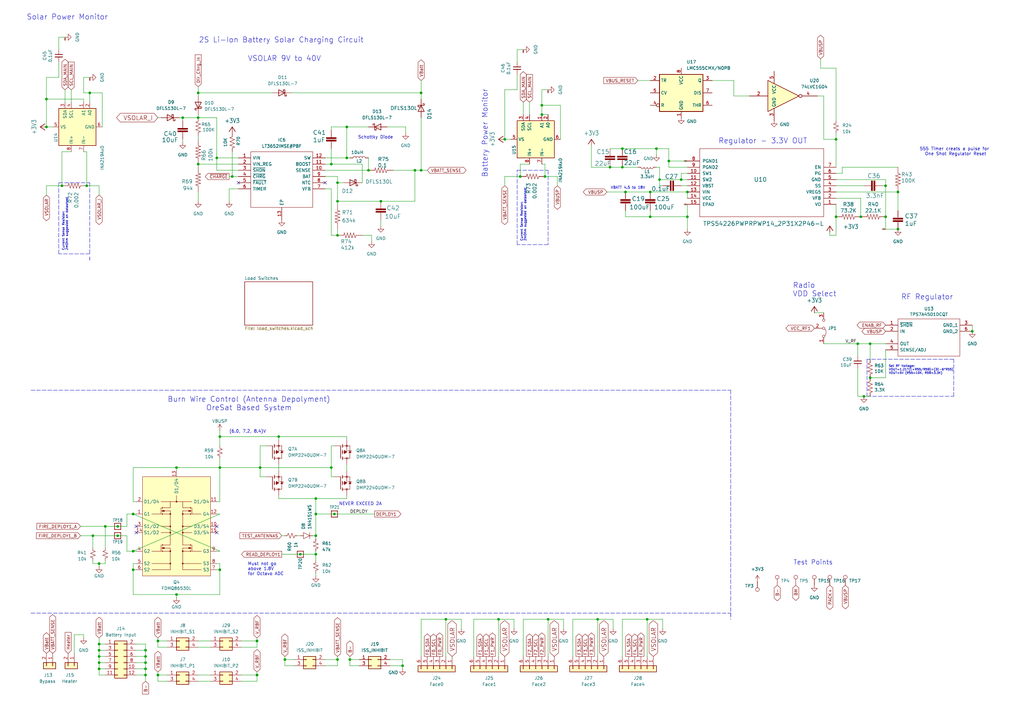
<source format=kicad_sch>
(kicad_sch (version 20231120) (generator "eeschema") (generator_version "8.0")
  (paper "A3")
  (junction (at 40.64 271.78))
  (junction (at 342.9 57.15))
  (junction (at 105.41 276.86))
  (junction (at 59.69 276.86))
  (junction (at 135.89 191.77))
  (junction (at 54.61 210.82))
  (junction (at 35.56 76.2))
  (junction (at 129.54 204.47))
  (junction (at 137.16 210.82))
  (junction (at 40.64 264.16))
  (junction (at 256.54 78.74))
  (junction (at 351.79 140.97))
  (junction (at 81.28 67.31))
  (junction (at 398.78 135.89))
  (junction (at 224.79 254))
  (junction (at 204.47 254))
  (junction (at 48.26 219.71))
  (junction (at 279.4 73.66))
  (junction (at 165.1 273.05))
  (junction (at 25.4 76.2))
  (junction (at 90.17 179.07))
  (junction (at 142.24 64.77))
  (junction (at 90.17 233.68))
  (junction (at 250.19 68.58))
  (junction (at 356.87 140.97))
  (junction (at 72.39 243.84))
  (junction (at 353.06 88.9))
  (junction (at 64.77 276.86))
  (junction (at 281.94 78.74))
  (junction (at 142.24 52.07))
  (junction (at 222.25 46.99))
  (junction (at 135.89 67.31))
  (junction (at 156.21 82.55))
  (junction (at 223.52 72.39))
  (junction (at 105.41 262.89))
  (junction (at 342.9 88.9))
  (junction (at 170.18 69.85))
  (junction (at 368.3 78.74))
  (junction (at 48.26 215.9))
  (junction (at 59.69 274.32))
  (junction (at 54.61 226.06))
  (junction (at 74.93 48.26))
  (junction (at 95.25 72.39))
  (junction (at 40.64 269.24))
  (junction (at 182.88 254))
  (junction (at 363.22 88.9))
  (junction (at 245.11 254))
  (junction (at 19.05 40.64))
  (junction (at 36.83 38.1))
  (junction (at 138.43 96.52))
  (junction (at 123.19 227.33))
  (junction (at 222.25 43.18))
  (junction (at 255.27 68.58))
  (junction (at 172.72 69.85))
  (junction (at 90.17 191.77))
  (junction (at 88.9 64.77))
  (junction (at 363.22 76.2))
  (junction (at 40.64 274.32))
  (junction (at 38.1 219.71))
  (junction (at 64.77 262.89))
  (junction (at 129.54 219.71))
  (junction (at 59.69 266.7))
  (junction (at 138.43 74.93))
  (junction (at 255.27 60.96))
  (junction (at 270.51 73.66))
  (junction (at 266.7 78.74))
  (junction (at 129.54 227.33))
  (junction (at 114.3 179.07))
  (junction (at 266.7 88.9))
  (junction (at 81.28 48.26))
  (junction (at 274.32 66.04))
  (junction (at 72.39 191.77))
  (junction (at 54.61 233.68))
  (junction (at 354.33 162.56))
  (junction (at 40.64 231.14))
  (junction (at 207.01 57.15))
  (junction (at 43.18 215.9))
  (junction (at 368.3 93.98))
  (junction (at 129.54 210.82))
  (junction (at 172.72 38.1))
  (junction (at 356.87 154.94))
  (junction (at 40.64 266.7))
  (junction (at 59.69 271.78))
  (junction (at 281.94 88.9))
  (junction (at 213.36 72.39))
  (junction (at 81.28 38.1))
  (junction (at 106.68 191.77))
  (junction (at 116.84 270.51))
  (junction (at 143.51 270.51))
  (junction (at 265.43 254))
  (junction (at 269.24 60.96))
  (junction (at 19.05 52.07))
  (junction (at 138.43 270.51))
  (junction (at 151.13 69.85))
  (junction (at 138.43 82.55))
  (junction (at 59.69 269.24))
  (no_connect (at -141.224 251.46))
  (no_connect (at 88.9 218.44))
  (no_connect (at -141.224 254))
  (no_connect (at -166.751 256.413))
  (no_connect (at 133.35 74.93))
  (no_connect (at -141.224 259.08))
  (no_connect (at 88.9 215.9))
  (no_connect (at 97.79 74.93))
  (no_connect (at -166.751 248.793))
  (no_connect (at -141.224 248.92))
  (no_connect (at 55.88 215.9))
  (no_connect (at -166.751 258.953))
  (no_connect (at -166.751 253.873))
  (no_connect (at -166.751 251.333))
  (no_connect (at 55.88 218.44))
  (no_connect (at -141.224 256.54))
  (wire (pts (xy 255.27 68.58) (xy 261.62 68.58)))
  (wire (pts (xy 210.82 257.81) (xy 210.82 254)))
  (wire (pts (xy 34.29 260.35) (xy 34.29 261.62)))
  (wire (pts (xy 351.79 162.56) (xy 354.33 162.56)))
  (wire (pts (xy 72.39 191.77) (xy 90.17 191.77)))
  (wire (pts (xy 66.04 48.26) (xy 64.77 48.26)))
  (wire (pts (xy 116.84 270.51) (xy 116.84 273.05)))
  (wire (pts (xy 35.56 76.2) (xy 35.56 62.23)))
  (wire (pts (xy 142.24 190.5) (xy 142.24 193.04)))
  (wire (pts (xy 40.64 231.14) (xy 43.18 231.14)))
  (wire (pts (xy 105.41 265.43) (xy 105.41 262.89)))
  (wire (pts (xy 54.61 231.14) (xy 54.61 233.68)))
  (wire (pts (xy 90.17 226.06) (xy 88.9 226.06)))
  (wire (pts (xy 114.3 179.07) (xy 142.24 179.07)))
  (wire (pts (xy 251.46 257.81) (xy 251.46 254)))
  (wire (pts (xy 59.69 269.24) (xy 59.69 271.78)))
  (wire (pts (xy 116.84 273.05) (xy 120.65 273.05)))
  (wire (pts (xy 19.05 52.07) (xy 21.59 52.07)))
  (wire (pts (xy 40.64 269.24) (xy 40.64 271.78)))
  (wire (pts (xy 256.54 78.74) (xy 248.92 78.74)))
  (wire (pts (xy 223.52 67.31) (xy 222.25 67.31)))
  (wire (pts (xy 142.24 204.47) (xy 129.54 204.47)))
  (wire (pts (xy 34.29 38.1) (xy 34.29 31.75)))
  (wire (pts (xy 261.62 33.02) (xy 266.7 33.02)))
  (wire (pts (xy -120.904 248.92) (xy -120.904 251.46)))
  (wire (pts (xy 40.64 271.78) (xy 43.18 271.78)))
  (wire (pts (xy 90.17 233.68) (xy 90.17 243.84)))
  (wire (pts (xy 363.22 76.2) (xy 363.22 88.9)))
  (wire (pts (xy 40.64 266.7) (xy 40.64 269.24)))
  (wire (pts (xy 40.64 80.01) (xy 40.64 76.2)))
  (wire (pts (xy 274.32 66.04) (xy 274.32 68.58)))
  (wire (pts (xy 81.28 67.31) (xy 97.79 67.31)))
  (wire (pts (xy 40.64 232.41) (xy 40.64 231.14)))
  (wire (pts (xy 106.68 191.77) (xy 106.68 195.58)))
  (wire (pts (xy 143.51 273.05) (xy 147.32 273.05)))
  (wire (pts (xy 337.82 39.37) (xy 337.82 57.15)))
  (wire (pts (xy 170.18 69.85) (xy 161.29 69.85)))
  (wire (pts (xy 81.28 279.4) (xy 86.36 279.4)))
  (wire (pts (xy 194.31 269.24) (xy 194.31 254)))
  (wire (pts (xy 129.54 226.06) (xy 129.54 227.33)))
  (wire (pts (xy 138.43 96.52) (xy 135.89 96.52)))
  (wire (pts (xy 353.06 81.28) (xy 353.06 88.9)))
  (wire (pts (xy 25.4 76.2) (xy 19.05 76.2)))
  (wire (pts (xy 41.91 38.1) (xy 36.83 38.1)))
  (wire (pts (xy 55.88 264.16) (xy 59.69 264.16)))
  (wire (pts (xy 90.17 187.96) (xy 90.17 191.77)))
  (wire (pts (xy 90.17 176.53) (xy 90.17 179.07)))
  (wire (pts (xy 135.89 52.07) (xy 135.89 53.34)))
  (wire (pts (xy 342.9 27.94) (xy 342.9 49.53)))
  (wire (pts (xy 72.39 243.84) (xy 54.61 243.84)))
  (wire (pts (xy 54.61 243.84) (xy 54.61 233.68)))
  (polyline (pts (xy 36.83 105.41) (xy 36.83 106.68)))
  (wire (pts (xy 90.17 210.82) (xy 88.9 210.82)))
  (wire (pts (xy 212.09 20.32) (xy 212.09 25.4)))
  (wire (pts (xy 54.61 191.77) (xy 72.39 191.77)))
  (wire (pts (xy 52.07 215.9) (xy 52.07 210.82)))
  (wire (pts (xy 64.77 262.89) (xy 64.77 265.43)))
  (wire (pts (xy 351.79 146.05) (xy 351.79 140.97)))
  (wire (pts (xy 142.24 64.77) (xy 143.51 64.77)))
  (wire (pts (xy 160.02 273.05) (xy 165.1 273.05)))
  (wire (pts (xy 143.51 269.24) (xy 143.51 270.51)))
  (wire (pts (xy 172.72 48.26) (xy 172.72 69.85)))
  (polyline (pts (xy 24.13 74.93) (xy 36.83 74.93)) (stroke (width 0) (type dash)))
  (wire (pts (xy 55.88 269.24) (xy 59.69 269.24)))
  (wire (pts (xy 38.1 229.87) (xy 38.1 231.14)))
  (wire (pts (xy 129.54 204.47) (xy 114.3 204.47)))
  (wire (pts (xy 95.25 62.23) (xy 95.25 72.39)))
  (wire (pts (xy 81.28 38.1) (xy 81.28 39.37)))
  (wire (pts (xy -146.431 248.793) (xy -146.431 251.333)))
  (wire (pts (xy 54.61 226.06) (xy 90.17 210.82)))
  (wire (pts (xy 363.22 154.94) (xy 363.22 143.51)))
  (wire (pts (xy 368.3 68.58) (xy 345.44 68.58)))
  (wire (pts (xy 74.93 48.26) (xy 81.28 48.26)))
  (wire (pts (xy 281.94 81.28) (xy 281.94 78.74)))
  (wire (pts (xy 121.92 219.71) (xy 123.19 219.71)))
  (wire (pts (xy 129.54 236.22) (xy 129.54 234.95)))
  (wire (pts (xy 231.14 254) (xy 231.14 257.81)))
  (wire (pts (xy 59.69 264.16) (xy 59.69 266.7)))
  (wire (pts (xy 43.18 215.9) (xy 48.26 215.9)))
  (wire (pts (xy 223.52 72.39) (xy 228.6 72.39)))
  (wire (pts (xy 26.67 15.24) (xy 24.13 15.24)))
  (wire (pts (xy 270.51 73.66) (xy 279.4 73.66)))
  (wire (pts (xy 55.88 205.74) (xy 54.61 205.74)))
  (wire (pts (xy 54.61 233.68) (xy 55.88 233.68)))
  (wire (pts (xy 36.83 38.1) (xy 34.29 38.1)))
  (wire (pts (xy 123.19 227.33) (xy 129.54 227.33)))
  (wire (pts (xy 156.21 82.55) (xy 170.18 82.55)))
  (wire (pts (xy 207.01 57.15) (xy 209.55 57.15)))
  (wire (pts (xy 74.93 57.15) (xy 74.93 58.42)))
  (wire (pts (xy 116.84 269.24) (xy 116.84 270.51)))
  (wire (pts (xy 88.9 69.85) (xy 97.79 69.85)))
  (wire (pts (xy 33.02 215.9) (xy 43.18 215.9)))
  (wire (pts (xy 156.21 90.17) (xy 156.21 92.71)))
  (wire (pts (xy 337.82 140.97) (xy 351.79 140.97)))
  (wire (pts (xy 59.69 276.86) (xy 59.69 279.4)))
  (wire (pts (xy 38.1 219.71) (xy 38.1 224.79)))
  (wire (pts (xy 222.25 46.99) (xy 224.79 46.99)))
  (wire (pts (xy 24.13 15.24) (xy 24.13 20.32)))
  (wire (pts (xy 137.16 210.82) (xy 129.54 210.82)))
  (wire (pts (xy 217.17 46.99) (xy 217.17 41.91)))
  (wire (pts (xy 64.77 275.59) (xy 64.77 276.86)))
  (wire (pts (xy 194.31 254) (xy 204.47 254)))
  (wire (pts (xy 93.98 72.39) (xy 95.25 72.39)))
  (polyline (pts (xy 391.16 162.56) (xy 391.16 147.32)) (stroke (width 0) (type dash)))
  (wire (pts (xy 148.59 67.31) (xy 148.59 74.93)))
  (wire (pts (xy 105.41 275.59) (xy 105.41 276.86)))
  (wire (pts (xy 138.43 82.55) (xy 138.43 83.82)))
  (wire (pts (xy 363.22 73.66) (xy 363.22 76.2)))
  (wire (pts (xy 128.27 219.71) (xy 129.54 219.71)))
  (polyline (pts (xy 12.7 160.02) (xy 299.72 160.02)) (stroke (width 0) (type dash)))
  (wire (pts (xy 26.67 41.91) (xy 26.67 36.83)))
  (wire (pts (xy 189.23 254) (xy 189.23 257.81)))
  (polyline (pts (xy 224.79 100.33) (xy 212.09 100.33)) (stroke (width 0) (type dash)))
  (polyline (pts (xy 299.72 160.02) (xy 299.72 254)) (stroke (width 0) (type dash)))
  (wire (pts (xy 105.41 261.62) (xy 105.41 262.89)))
  (wire (pts (xy 342.9 78.74) (xy 368.3 78.74)))
  (wire (pts (xy 266.7 88.9) (xy 281.94 88.9)))
  (wire (pts (xy 336.55 27.94) (xy 336.55 24.13)))
  (polyline (pts (xy 212.09 69.85) (xy 224.79 69.85)) (stroke (width 0) (type dash)))
  (wire (pts (xy 135.89 96.52) (xy 135.89 77.47)))
  (wire (pts (xy 30.48 267.97) (xy 30.48 260.35)))
  (wire (pts (xy 133.35 64.77) (xy 142.24 64.77)))
  (wire (pts (xy 59.69 274.32) (xy 59.69 276.86)))
  (wire (pts (xy 281.94 88.9) (xy 281.94 93.98)))
  (wire (pts (xy 34.29 41.91) (xy 34.29 40.64)))
  (wire (pts (xy 229.87 43.18) (xy 222.25 43.18)))
  (wire (pts (xy 97.79 72.39) (xy 95.25 72.39)))
  (wire (pts (xy 138.43 74.93) (xy 138.43 82.55)))
  (wire (pts (xy 114.3 179.07) (xy 114.3 180.34)))
  (wire (pts (xy 345.44 68.58) (xy 345.44 71.12)))
  (wire (pts (xy 115.57 219.71) (xy 116.84 219.71)))
  (wire (pts (xy 245.11 254) (xy 245.11 269.24)))
  (wire (pts (xy 251.46 254) (xy 245.11 254)))
  (wire (pts (xy 269.24 60.96) (xy 274.32 60.96)))
  (wire (pts (xy 133.35 72.39) (xy 138.43 72.39)))
  (wire (pts (xy 129.54 210.82) (xy 129.54 204.47)))
  (wire (pts (xy 135.89 191.77) (xy 135.89 195.58)))
  (wire (pts (xy 81.28 35.56) (xy 81.28 38.1)))
  (wire (pts (xy 340.36 96.52) (xy 340.36 95.25)))
  (wire (pts (xy 81.28 262.89) (xy 86.36 262.89)))
  (wire (pts (xy 64.77 261.62) (xy 64.77 262.89)))
  (wire (pts (xy 342.9 88.9) (xy 342.9 96.52)))
  (wire (pts (xy 213.36 72.39) (xy 213.36 67.31)))
  (wire (pts (xy 242.57 59.69) (xy 242.57 68.58)))
  (wire (pts (xy 64.77 279.4) (xy 68.58 279.4)))
  (wire (pts (xy 266.7 88.9) (xy 266.7 86.36)))
  (wire (pts (xy 74.93 49.53) (xy 74.93 48.26)))
  (wire (pts (xy 160.02 270.51) (xy 165.1 270.51)))
  (wire (pts (xy 138.43 270.51) (xy 138.43 273.05)))
  (wire (pts (xy 172.72 69.85) (xy 175.26 69.85)))
  (wire (pts (xy 73.66 48.26) (xy 74.93 48.26)))
  (wire (pts (xy 29.21 41.91) (xy 29.21 36.83)))
  (wire (pts (xy 158.75 52.07) (xy 166.37 52.07)))
  (wire (pts (xy 40.64 269.24) (xy 43.18 269.24)))
  (wire (pts (xy 363.22 93.98) (xy 363.22 88.9)))
  (wire (pts (xy 172.72 33.02) (xy 172.72 38.1)))
  (wire (pts (xy 148.59 96.52) (xy 152.4 96.52)))
  (wire (pts (xy 165.1 273.05) (xy 165.1 274.32)))
  (wire (pts (xy 135.89 77.47) (xy 133.35 77.47)))
  (wire (pts (xy 138.43 82.55) (xy 156.21 82.55)))
  (wire (pts (xy -120.904 254) (xy -120.904 256.54)))
  (wire (pts (xy 292.1 33.02) (xy 300.99 33.02)))
  (wire (pts (xy 342.9 76.2) (xy 354.33 76.2)))
  (wire (pts (xy 269.24 68.58) (xy 270.51 68.58)))
  (wire (pts (xy 142.24 203.2) (xy 142.24 204.47)))
  (wire (pts (xy 54.61 210.82) (xy 55.88 210.82)))
  (wire (pts (xy 72.39 245.11) (xy 72.39 243.84)))
  (wire (pts (xy 129.54 219.71) (xy 129.54 220.98)))
  (wire (pts (xy 81.28 67.31) (xy 81.28 68.58)))
  (wire (pts (xy 204.47 254) (xy 204.47 269.24)))
  (wire (pts (xy 265.43 269.24) (xy 265.43 254)))
  (wire (pts (xy 342.9 73.66) (xy 363.22 73.66)))
  (wire (pts (xy 354.33 162.56) (xy 356.87 162.56)))
  (wire (pts (xy 81.28 265.43) (xy 86.36 265.43)))
  (wire (pts (xy 223.52 72.39) (xy 223.52 67.31)))
  (wire (pts (xy 170.18 69.85) (xy 172.72 69.85)))
  (wire (pts (xy 97.79 77.47) (xy 93.98 77.47)))
  (wire (pts (xy 182.88 254) (xy 182.88 269.24)))
  (wire (pts (xy 281.94 76.2) (xy 279.4 76.2)))
  (wire (pts (xy 342.9 83.82) (xy 342.9 88.9)))
  (wire (pts (xy 361.95 76.2) (xy 363.22 76.2)))
  (wire (pts (xy 35.56 62.23) (xy 34.29 62.23)))
  (wire (pts (xy 138.43 72.39) (xy 138.43 74.93)))
  (wire (pts (xy 229.87 57.15) (xy 229.87 43.18)))
  (wire (pts (xy 135.89 67.31) (xy 133.35 67.31)))
  (wire (pts (xy 212.09 36.83) (xy 212.09 30.48)))
  (polyline (pts (xy 24.13 104.14) (xy 24.13 74.93)) (stroke (width 0) (type dash)))
  (wire (pts (xy 54.61 210.82) (xy 90.17 226.06)))
  (wire (pts (xy 115.57 227.33) (xy 123.19 227.33)))
  (wire (pts (xy 90.17 243.84) (xy 72.39 243.84)))
  (polyline (pts (xy 355.6 147.32) (xy 355.6 162.56)) (stroke (width 0) (type dash)))
  (wire (pts (xy 214.63 254) (xy 224.79 254)))
  (wire (pts (xy 52.07 226.06) (xy 54.61 226.06)))
  (wire (pts (xy 90.17 233.68) (xy 88.9 233.68)))
  (wire (pts (xy 72.39 193.04) (xy 72.39 191.77)))
  (wire (pts (xy 214.63 20.32) (xy 212.09 20.32)))
  (wire (pts (xy 133.35 69.85) (xy 151.13 69.85)))
  (wire (pts (xy 274.32 68.58) (xy 281.94 68.58)))
  (wire (pts (xy 19.05 80.01) (xy 19.05 76.2)))
  (wire (pts (xy 342.9 96.52) (xy 340.36 96.52)))
  (polyline (pts (xy 224.79 69.85) (xy 224.79 100.33)) (stroke (width 0) (type dash)))
  (polyline (pts (xy 391.16 147.32) (xy 355.6 147.32)) (stroke (width 0) (type dash)))
  (wire (pts (xy 342.9 57.15) (xy 342.9 68.58)))
  (wire (pts (xy 151.13 64.77) (xy 151.13 69.85)))
  (wire (pts (xy 135.89 60.96) (xy 135.89 67.31)))
  (wire (pts (xy 172.72 269.24) (xy 172.72 254)))
  (wire (pts (xy 88.9 231.14) (xy 90.17 231.14)))
  (wire (pts (xy 55.88 266.7) (xy 59.69 266.7)))
  (wire (pts (xy 250.19 68.58) (xy 255.27 68.58)))
  (wire (pts (xy 170.18 82.55) (xy 170.18 69.85)))
  (wire (pts (xy 133.35 270.51) (xy 138.43 270.51)))
  (wire (pts (xy 81.28 46.99) (xy 81.28 48.26)))
  (wire (pts (xy 106.68 195.58) (xy 109.22 195.58)))
  (wire (pts (xy 90.17 191.77) (xy 106.68 191.77)))
  (wire (pts (xy 152.4 96.52) (xy 152.4 99.06)))
  (wire (pts (xy 265.43 254) (xy 271.78 254)))
  (wire (pts (xy 116.84 270.51) (xy 120.65 270.51)))
  (wire (pts (xy 25.4 76.2) (xy 25.4 62.23)))
  (wire (pts (xy 189.23 254) (xy 182.88 254)))
  (wire (pts (xy 368.3 78.74) (xy 368.3 86.36)))
  (wire (pts (xy 138.43 93.98) (xy 138.43 96.52)))
  (wire (pts (xy 43.18 274.32) (xy 40.64 274.32)))
  (wire (pts (xy 135.89 191.77) (xy 135.89 182.88)))
  (wire (pts (xy 142.24 64.77) (xy 142.24 52.07)))
  (wire (pts (xy 24.13 31.75) (xy 19.05 31.75)))
  (wire (pts (xy 93.98 77.47) (xy 93.98 82.55)))
  (wire (pts (xy 335.28 39.37) (xy 337.82 39.37)))
  (wire (pts (xy 129.54 219.71) (xy 129.54 210.82)))
  (wire (pts (xy 88.9 64.77) (xy 97.79 64.77)))
  (wire (pts (xy 114.3 190.5) (xy 114.3 193.04)))
  (wire (pts (xy 363.22 93.98) (xy 368.3 93.98)))
  (wire (pts (xy 19.05 52.07) (xy 19.05 40.64)))
  (wire (pts (xy 210.82 254) (xy 204.47 254)))
  (wire (pts (xy 81.28 38.1) (xy 111.76 38.1)))
  (wire (pts (xy 64.77 262.89) (xy 68.58 262.89)))
  (wire (pts (xy 300.99 39.37) (xy 307.34 39.37)))
  (polyline (pts (xy 36.83 105.41) (xy 36.83 106.68)))
  (wire (pts (xy 99.06 265.43) (xy 105.41 265.43)))
  (wire (pts (xy 242.57 68.58) (xy 250.19 68.58)))
  (wire (pts (xy 334.01 128.27) (xy 337.82 128.27)))
  (wire (pts (xy 43.18 231.14) (xy 43.18 229.87)))
  (wire (pts (xy 52.07 219.71) (xy 52.07 226.06)))
  (wire (pts (xy 25.4 62.23) (xy 29.21 62.23)))
  (wire (pts (xy 105.41 262.89) (xy 99.06 262.89)))
  (wire (pts (xy 36.83 31.75) (xy 34.29 31.75)))
  (wire (pts (xy 64.77 276.86) (xy 64.77 279.4)))
  (wire (pts (xy 356.87 147.32) (xy 356.87 140.97)))
  (wire (pts (xy 59.69 271.78) (xy 59.69 274.32)))
  (wire (pts (xy 266.7 78.74) (xy 281.94 78.74)))
  (wire (pts (xy 36.83 41.91) (xy 36.83 38.1)))
  (wire (pts (xy 222.25 43.18) (xy 222.25 36.83)))
  (wire (pts (xy 351.79 151.13) (xy 351.79 162.56)))
  (wire (pts (xy 356.87 140.97) (xy 363.22 140.97)))
  (wire (pts (xy 90.17 191.77) (xy 90.17 205.74)))
  (wire (pts (xy 99.06 279.4) (xy 105.41 279.4)))
  (polyline (pts (xy 36.83 104.14) (xy 24.13 104.14)) (stroke (width 0) (type dash)))
  (wire (pts (xy 35.56 76.2) (xy 40.64 76.2)))
  (wire (pts (xy 213.36 67.31) (xy 217.17 67.31)))
  (wire (pts (xy 55.88 271.78) (xy 59.69 271.78)))
  (wire (pts (xy 81.28 48.26) (xy 88.9 48.26)))
  (wire (pts (xy 40.64 266.7) (xy 43.18 266.7)))
  (wire (pts (xy 54.61 226.06) (xy 55.88 226.06)))
  (wire (pts (xy 90.17 231.14) (xy 90.17 233.68)))
  (wire (pts (xy 90.17 179.07) (xy 114.3 179.07)))
  (wire (pts (xy 135.89 195.58) (xy 137.16 195.58)))
  (wire (pts (xy 40.64 264.16) (xy 43.18 264.16)))
  (wire (pts (xy 81.28 78.74) (xy 81.28 82.55)))
  (wire (pts (xy 143.51 270.51) (xy 143.51 273.05)))
  (wire (pts (xy 300.99 33.02) (xy 300.99 39.37)))
  (polyline (pts (xy 36.83 74.93) (xy 36.83 104.14)) (stroke (width 0) (type dash)))
  (wire (pts (xy 279.4 73.66) (xy 279.4 71.12)))
  (wire (pts (xy 255.27 60.96) (xy 269.24 60.96)))
  (wire (pts (xy 255.27 254) (xy 265.43 254)))
  (wire (pts (xy 142.24 52.07) (xy 151.13 52.07)))
  (wire (pts (xy 270.51 76.2) (xy 271.78 76.2)))
  (wire (pts (xy 55.88 231.14) (xy 54.61 231.14)))
  (wire (pts (xy 138.43 269.24) (xy 138.43 270.51)))
  (wire (pts (xy 270.51 76.2) (xy 270.51 73.66)))
  (wire (pts (xy 138.43 74.93) (xy 140.97 74.93)))
  (wire (pts (xy 30.48 260.35) (xy 34.29 260.35)))
  (wire (pts (xy 250.19 60.96) (xy 255.27 60.96)))
  (wire (pts (xy 33.02 219.71) (xy 38.1 219.71)))
  (wire (pts (xy 165.1 270.51) (xy 165.1 273.05)))
  (wire (pts (xy 38.1 219.71) (xy 48.26 219.71)))
  (wire (pts (xy 270.51 73.66) (xy 270.51 68.58)))
  (wire (pts (xy 224.79 254) (xy 231.14 254)))
  (wire (pts (xy 52.07 210.82) (xy 54.61 210.82)))
  (wire (pts (xy 40.64 274.32) (xy 40.64 271.78)))
  (wire (pts (xy 271.78 254) (xy 271.78 257.81)))
  (wire (pts (xy 269.24 63.5) (xy 269.24 60.96)))
  (wire (pts (xy 256.54 88.9) (xy 266.7 88.9)))
  (wire (pts (xy 114.3 204.47) (xy 114.3 203.2)))
  (polyline (pts (xy 299.72 251.46) (xy 299.72 252.73)))
  (wire (pts (xy 214.63 46.99) (xy 214.63 41.91)))
  (wire (pts (xy 143.51 270.51) (xy 147.32 270.51)))
  (wire (pts (xy 137.16 210.82) (xy 153.67 210.82)))
  (wire (pts (xy 64.77 265.43) (xy 68.58 265.43)))
  (wire (pts (xy 90.17 205.74) (xy 88.9 205.74)))
  (wire (pts (xy 40.64 276.86) (xy 40.64 274.32)))
  (wire (pts (xy 234.95 269.24) (xy 234.95 254)))
  (wire (pts (xy 133.35 273.05) (xy 138.43 273.05)))
  (wire (pts (xy 342.9 54.61) (xy 342.9 57.15)))
  (wire (pts (xy 40.64 261.62) (xy 40.64 264.16)))
  (polyline (pts (xy 12.7 251.46) (xy 299.72 251.46)) (stroke (width 0) (type dash)))
  (wire (pts (xy 274.32 60.96) (xy 274.32 66.04)))
  (wire (pts (xy 43.18 276.86) (xy 40.64 276.86)))
  (wire (pts (xy 55.88 276.86) (xy 59.69 276.86)))
  (wire (pts (xy 342.9 27.94) (xy 336.55 27.94)))
  (wire (pts (xy 40.64 264.16) (xy 40.64 266.7)))
  (wire (pts (xy 90.17 179.07) (xy 90.17 182.88)))
  (wire (pts (xy -146.431 253.873) (xy -146.431 256.413)))
  (wire (pts (xy 88.9 48.26) (xy 88.9 64.77)))
  (wire (pts (xy 24.13 31.75) (xy 24.13 25.4)))
  (wire (pts (xy 106.68 191.77) (xy 135.89 191.77)))
  (wire (pts (xy 281.94 66.04) (xy 274.32 66.04)))
  (wire (pts (xy 228.6 76.2) (xy 228.6 72.39)))
  (wire (pts (xy 207.01 57.15) (xy 207.01 36.83)))
  (wire (pts (xy 281.94 71.12) (xy 279.4 71.12)))
  (wire (pts (xy 255.27 269.24) (xy 255.27 254)))
  (wire (pts (xy 106.68 182.88) (xy 109.22 182.88)))
  (wire (pts (xy 81.28 276.86) (xy 86.36 276.86)))
  (wire (pts (xy 105.41 276.86) (xy 99.06 276.86)))
  (wire (pts (xy 148.59 67.31) (xy 135.89 67.31)))
  (wire (pts (xy 64.77 276.86) (xy 68.58 276.86)))
  (wire (pts (xy 345.44 71.12) (xy 342.9 71.12)))
  (wire (pts (xy 38.1 231.14) (xy 40.64 231.14)))
  (wire (pts (xy 48.26 215.9) (xy 52.07 215.9)))
  (wire (pts (xy 88.9 64.77) (xy 88.9 69.85)))
  (wire (pts (xy 212.09 36.83) (xy 207.01 36.83)))
  (wire (pts (xy 224.79 36.83) (xy 222.25 36.83)))
  (wire (pts (xy 256.54 88.9) (xy 256.54 86.36)))
  (wire (pts (xy 59.69 266.7) (xy 59.69 269.24)))
  (wire (pts (xy 142.24 179.07) (xy 142.24 180.34)))
  (wire (pts (xy 207.01 76.2) (xy 207.01 72.39)))
  (wire (pts (xy 214.63 269.24) (xy 214.63 254)))
  (wire (pts (xy 34.29 40.64) (xy 19.05 40.64)))
  (wire (pts (xy 281.94 73.66) (xy 279.4 73.66)))
  (wire (pts (xy 213.36 72.39) (xy 207.01 72.39)))
  (wire (pts (xy 48.26 219.71) (xy 52.07 219.71)))
  (wire (pts (xy 119.38 38.1) (xy 172.72 38.1)))
  (wire (pts (xy 129.54 227.33) (xy 129.54 229.87)))
  (wire (pts (xy 356.87 154.94) (xy 363.22 154.94)))
  (wire (pts (xy 55.88 274.32) (xy 59.69 274.32)))
  (wire (pts (xy 54.61 205.74) (xy 54.61 191.77)))
  (wire (pts (xy 256.54 78.74) (xy 266.7 78.74)))
  (wire (pts (xy 337.82 57.15) (xy 342.9 57.15)))
  (wire (pts (xy 81.28 55.88) (xy 81.28 57.15)))
  (polyline (pts (xy 355.6 162.56) (xy 391.16 162.56)) (stroke (width 0) (type dash)))
  (wire (pts (xy 342.9 81.28) (xy 353.06 81.28)))
  (wire (pts (xy 43.18 215.9) (xy 43.18 224.79)))
  (wire (pts (xy 234.95 254) (xy 245.11 254)))
  (wire (pts (xy 224.79 269.24) (xy 224.79 254)))
  (polyline (pts (xy 212.09 100.33) (xy 212.09 69.85)) (stroke (width 0) (type dash)))
  (wire (pts (xy 135.89 182.88) (xy 137.16 182.88)))
  (wire (pts (xy 19.05 40.64) (xy 19.05 31.75)))
  (wire (pts (xy 41.91 52.07) (xy 41.91 38.1)))
  (wire (pts (xy 172.72 38.1) (xy 172.72 40.64)))
  (wire (pts (xy 351.79 140.97) (xy 356.87 140.97)))
  (wire (pts (xy 172.72 254) (xy 182.88 254)))
  (wire (pts (xy 105.41 279.4) (xy 105.41 276.86)))
  (wire (pts (xy 166.37 52.07) (xy 166.37 54.61)))
  (wire (pts (xy 398.78 135.89) (xy 398.78 133.35)))
  (wire (pts (xy 281.94 83.82) (xy 281.94 88.9)))
  (wire (pts (xy 142.24 52.07) (xy 135.89 52.07)))
  (wire (pts (xy 106.68 191.77) (xy 106.68 182.88)))
  (wire (pts (xy 222.25 46.99) (xy 222.25 43.18)))
  (text "Regulator - 3.3V OUT" (at 294.64 59.182 0) (effects (font (size 2.159 2.159)) (justify left bottom)))
  (text "Burn Wire Control (Antenna Depolyment)\nOreSat Based System" (at 102.108 168.656 0) (effects (font (size 2.159 2.159)) (justify bottom)))
  (text "NEVER EXCEED 2A" (at 147.828 206.756 0) (effects (font (size 1.27 1.27))))
  (text "555 Timer creats a pulse for \nOne Shot Regulator Reset" (at 391.922 62.23 0) (effects (font (size 1.27 1.27))))
  (text "Must not go \nabove 1.8V \nfor Octavo ADC" (at 101.6 236.22 0) (effects (font (size 1.27 1.27)) (justify left bottom)))
  (text "Must install low-side before high-side" (at -163.195 232.283 0) (effects (font (size 1.27 1.27)) (justify left bottom)))
  (text "Solar Power Monitor" (at 10.922 8.382 0) (effects (font (size 2.159 2.159)) (justify left bottom)))
  (text "Radio\nVDD Select" (at 325.12 121.92 0) (effects (font (size 2.159 2.159)) (justify left bottom)))
  (text "Current Sense Resistor:\n2mOhm suggested on datasheet\n" (at 215.9 99.06 90) (effects (font (size 0.889 0.889)) (justify left bottom)))
  (text "Set RF Voltage:\nVOUT=1.21*(1+R55/R59)+(3E-6*R55)\nVOUT=5V (R55=10K, R59=3.3K)\n" (at 364.49 153.67 0) (effects (font (size 0.889 0.889)) (justify left bottom)))
  (text "Battery Power Monitor" (at 200.152 72.898 90) (effects (font (size 2.159 2.159)) (justify left bottom)))
  (text "VBATT 4.5 to 18V" (at 250.444 77.724 0) (effects (font (size 1.0668 1.0668)) (justify left bottom)))
  (text "VSOLAR 9V to 40V" (at 101.6 25.4 0) (effects (font (size 2.159 2.159)) (justify left bottom)))
  (text "(6.0, 7.2, 8.4)V" (at 93.98 177.8 0) (effects (font (size 1.27 1.27)) (justify left bottom)))
  (text "RF Regulator" (at 369.57 123.19 0) (effects (font (size 2.159 2.159)) (justify left bottom)))
  (text "2S Li-Ion Battery Solar Charging Circuit" (at 81.534 17.78 0) (effects (font (size 2.159 2.159)) (justify left bottom)))
  (text "Schottky Diode\n" (at 161.29 57.15 0) (effects (font (size 1.27 1.27)) (justify right bottom)))
  (text "Test Points" (at 325.374 231.902 0) (effects (font (size 1.905 1.905)) (justify left bottom)))
  (text "Current Sense Resistor:\n2mOhm suggested on datasheet\n" (at 27.94 102.87 90) (effects (font (size 0.889 0.889)) (justify left bottom)))
  (label "DEPLOY" (at 143.51 210.82 0))
  (label "V_RF" (at 346.71 140.97 0))
  (global_label "VBatt" (shape bidirectional) (at 172.72 33.02 90) (property "Intersheetrefs" "${INTERSHEET_REFS}" (effects (hide yes))))
  (global_label "Dir_Chrg_In" (shape input) (at 81.28 35.56 90) (property "Intersheetrefs" "${INTERSHEET_REFS}" (effects (hide yes))))
  (global_label "B-" (shape bidirectional) (at -146.431 248.793 90) (property "Intersheetrefs" "${INTERSHEET_REFS}" (effects (hide yes))))
  (global_label "VBUSP" (shape bidirectional) (at 346.71 240.03 270) (property "Intersheetrefs" "${INTERSHEET_REFS}" (effects (hide yes))))
  (global_label "READ_DEPLOY1" (shape output) (at 115.57 227.33 180) (property "Intersheetrefs" "${INTERSHEET_REFS}" (effects (hide yes))))
  (global_label "V_RBF" (shape bidirectional) (at 105.41 261.62 90) (property "Intersheetrefs" "${INTERSHEET_REFS}" (effects (hide yes))))
  (global_label "GND" (shape bidirectional) (at 281.94 83.82 180) (effects (font (size 0.254 0.254))) (property "Intersheetrefs" "${INTERSHEET_REFS}" (effects (hide yes))))
  (global_label "SDA_MAIN" (shape bidirectional) (at 26.67 36.83 90) (property "Intersheetrefs" "${INTERSHEET_REFS}" (effects (hide yes))))
  (global_label "F0_PWR" (shape output) (at 180.34 269.24 90) (property "Intersheetrefs" "${INTERSHEET_REFS}" (effects (hide yes))))
  (global_label "F4_PWR" (shape output) (at 262.89 269.24 90) (property "Intersheetrefs" "${INTERSHEET_REFS}" (effects (hide yes))))
  (global_label "BM" (shape bidirectional) (at 326.39 240.03 270) (property "Intersheetrefs" "${INTERSHEET_REFS}" (effects (hide yes))))
  (global_label "VBUSP" (shape bidirectional) (at 336.55 24.13 90) (property "Intersheetrefs" "${INTERSHEET_REFS}" (effects (hide yes))))
  (global_label "SCL_MAIN" (shape input) (at 29.21 36.83 90) (property "Intersheetrefs" "${INTERSHEET_REFS}" (effects (hide yes))))
  (global_label "FIRE_DEPLOY1_B" (shape input) (at 33.02 219.71 180) (property "Intersheetrefs" "${INTERSHEET_REFS}" (effects (hide yes))))
  (global_label "F0_SDA" (shape output) (at 175.26 269.24 90) (property "Intersheetrefs" "${INTERSHEET_REFS}" (effects (hide yes))))
  (global_label "F3_SDA" (shape output) (at 237.49 269.24 90) (property "Intersheetrefs" "${INTERSHEET_REFS}" (effects (hide yes))))
  (global_label "B-" (shape input) (at 59.69 279.4 270) (property "Intersheetrefs" "${INTERSHEET_REFS}" (effects (hide yes))))
  (global_label "GND" (shape bidirectional) (at 36.83 31.75 270) (effects (font (size 0.254 0.254))) (property "Intersheetrefs" "${INTERSHEET_REFS}" (effects (hide yes))))
  (global_label "FIRE_DEPLOY1_A" (shape input) (at 33.02 215.9 180) (property "Intersheetrefs" "${INTERSHEET_REFS}" (effects (hide yes))))
  (global_label "VCC_RF1" (shape bidirectional) (at 334.01 134.62 180) (property "Intersheetrefs" "${INTERSHEET_REFS}" (effects (hide yes))))
  (global_label "VBUS_RESET" (shape input) (at 261.62 33.02 180) (property "Intersheetrefs" "${INTERSHEET_REFS}" (effects (hide yes))))
  (global_label "SCL_MAIN" (shape input) (at 217.17 41.91 90) (property "Intersheetrefs" "${INTERSHEET_REFS}" (effects (hide yes))))
  (global_label "F3_PWR" (shape output) (at 242.57 269.24 90) (property "Intersheetrefs" "${INTERSHEET_REFS}" (effects (hide yes))))
  (global_label "F3_SCL" (shape output) (at 240.03 269.24 90) (property "Intersheetrefs" "${INTERSHEET_REFS}" (effects (hide yes))))
  (global_label "VBATT_SENSE" (shape bidirectional) (at 21.59 267.97 90) (property "Intersheetrefs" "${INTERSHEET_REFS}" (effects (hide yes))))
  (global_label "F2_SCL" (shape output) (at 219.71 269.24 90) (property "Intersheetrefs" "${INTERSHEET_REFS}" (effects (hide yes))))
  (global_label "VSOLAR" (shape bidirectional) (at 267.97 269.24 90) (effects (font (size 1.778 1.778))) (property "Intersheetrefs" "${INTERSHEET_REFS}" (effects (hide yes))))
  (global_label "VBATT_SENSE" (shape bidirectional) (at 138.43 269.24 90) (property "Intersheetrefs" "${INTERSHEET_REFS}" (effects (hide yes))))
  (global_label "V_RBF" (shape bidirectional) (at 116.84 269.24 90) (property "Intersheetrefs" "${INTERSHEET_REFS}" (effects (hide yes))))
  (global_label "BM" (shape bidirectional) (at -120.904 248.92 90) (property "Intersheetrefs" "${INTERSHEET_REFS}" (effects (hide yes))))
  (global_label "F4_SDA" (shape output) (at 257.81 269.24 90) (property "Intersheetrefs" "${INTERSHEET_REFS}" (effects (hide yes))))
  (global_label "SDA_MAIN" (shape bidirectional) (at 214.63 41.91 90) (property "Intersheetrefs" "${INTERSHEET_REFS}" (effects (hide yes))))
  (global_label "F2_PWR" (shape output) (at 222.25 269.24 90) (property "Intersheetrefs" "${INTERSHEET_REFS}" (effects (hide yes))))
  (global_label "VSOLAR" (shape bidirectional) (at 19.05 80.01 270) (property "Intersheetrefs" "${INTERSHEET_REFS}" (effects (hide yes))))
  (global_label "GND" (shape bidirectional) (at 281.94 66.04 180) (effects (font (size 0.254 0.254))) (property "Intersheetrefs" "${INTERSHEET_REFS}" (effects (hide yes))))
  (global_label "ENAB_RF" (shape bidirectional) (at 363.22 133.35 180) (property "Intersheetrefs" "${INTERSHEET_REFS}" (effects (hide yes))))
  (global_label "V_RBF" (shape bidirectional) (at 105.41 275.59 90) (property "Intersheetrefs" "${INTERSHEET_REFS}" (effects (hide yes))))
  (global_label "VBATT_SENSE" (shape bidirectional) (at 207.01 76.2 270) (property "Intersheetrefs" "${INTERSHEET_REFS}" (effects (hide yes))))
  (global_label "F0_SCL" (shape output) (at 177.8 269.24 90) (property "Intersheetrefs" "${INTERSHEET_REFS}" (effects (hide yes))))
  (global_label "F4_SCL" (shape output) (at 260.35 269.24 90) (property "Intersheetrefs" "${INTERSHEET_REFS}" (effects (hide yes))))
  (global_label "GND" (shape bidirectional) (at 214.63 20.32 270) (effects (font (size 0.254 0.254))) (property "Intersheetrefs" "${INTERSHEET_REFS}" (effects (hide yes))))
  (global_label "TEST_ANTENNAS" (shape input) (at 115.57 219.71 180) (property "Intersheetrefs" "${INTERSHEET_REFS}" (effects (hide yes))))
  (global_label "F1_SDA" (shape output) (at 196.85 269.24 90) (property "Intersheetrefs" "${INTERSHEET_REFS}" (effects (hide yes))))
  (global_label "B-" (shape bidirectional) (at 318.77 240.03 270) (property "Intersheetrefs" "${INTERSHEET_REFS}" (effects (hide yes))))
  (global_label "PACK+" (shape bidirectional) (at -120.904 256.54 0) (property "Intersheetrefs" "${INTERSHEET_REFS}" (effects (hide yes))))
  (global_label "VSOLAR_I" (shape bidirectional) (at 40.64 80.01 270) (property "Intersheetrefs" "${INTERSHEET_REFS}" (effects (hide yes))))
  (global_label "GND" (shape bidirectional) (at 26.67 15.24 270) (effects (font (size 0.254 0.254))) (property "Intersheetrefs" "${INTERSHEET_REFS}" (effects (hide yes))))
  (global_label "VSOLAR_I" (shape bidirectional) (at 64.77 48.26 180) (effects (font (size 1.778 1.778))) (property "Intersheetrefs" "${INTERSHEET_REFS}" (effects (hide yes))))
  (global_label "DEPLOY1" (shape output) (at 153.67 210.82 0) (property "Intersheetrefs" "${INTERSHEET_REFS}" (effects (hide yes))))
  (global_label "VBatt" (shape bidirectional) (at 40.64 261.62 90) (property "Intersheetrefs" "${INTERSHEET_REFS}" (effects (hide yes))))
  (global_label "F1_PWR" (shape output) (at 201.93 269.24 90) (property "Intersheetrefs" "${INTERSHEET_REFS}" (effects (hide yes))))
  (global_label "VBATT_SENSE" (shape bidirectional) (at 175.26 69.85 0) (property "Intersheetrefs" "${INTERSHEET_REFS}" (effects (hide yes))))
  (global_label "VSOLAR" (shape bidirectional) (at 207.01 269.24 90) (effects (font (size 1.778 1.778))) (property "Intersheetrefs" "${INTERSHEET_REFS}" (effects (hide yes))))
  (global_label "VBatt" (shape bidirectional) (at 64.77 275.59 90) (property "Intersheetrefs" "${INTERSHEET_REFS}" (effects (hide yes))))
  (global_label "VBatt" (shape bidirectional) (at 64.77 261.62 90) (property "Intersheetrefs" "${INTERSHEET_REFS}" (effects (hide yes))))
  (global_label "GND" (shape bidirectional) (at 224.79 36.83 270) (effects (font (size 0.254 0.254))) (property "Intersheetrefs" "${INTERSHEET_REFS}" (effects (hide yes))))
  (global_label "~{CHARGE}" (shape output) (at 93.98 72.39 180) (property "Intersheetrefs" "${INTERSHEET_REFS}" (effects (hide yes))))
  (global_label "F1_SCL" (shape output) (at 199.39 269.24 90) (property "Intersheetrefs" "${INTERSHEET_REFS}" (effects (hide yes))))
  (global_label "VSOLAR" (shape bidirectional) (at 185.42 269.24 90) (effects (font (size 1.778 1.778))) (property "Intersheetrefs" "${INTERSHEET_REFS}" (effects (hide yes))))
  (global_label "VBatt" (shape bidirectional) (at 19.05 267.97 90) (property "Intersheetrefs" "${INTERSHEET_REFS}" (effects (hide yes))))
  (global_label "F2_SDA" (shape output) (at 217.17 269.24 90) (property "Intersheetrefs" "${INTERSHEET_REFS}" (effects (hide yes))))
  (global_label "VBUSP" (shape bidirectional) (at 363.22 135.89 180) (property "Intersheetrefs" "${INTERSHEET_REFS}" (effects (hide yes))))
  (global_label "Heater" (shape input) (at 27.94 267.97 90) (property "Intersheetrefs" "${INTERSHEET_REFS}" (effects (hide yes))))
  (global_label "GND" (shape bidirectional) (at 363.22 93.98 180) (effects (font (size 0.254 0.254))) (property "Intersheetrefs" "${INTERSHEET_REFS}" (effects (hide yes))))
  (global_label "VSOLAR" (shape bidirectional) (at 247.65 269.24 90) (effects (font (size 1.778 1.778))) (property "Intersheetrefs" "${INTERSHEET_REFS}" (effects (hide yes))))
  (global_label "PACK+" (shape bidirectional) (at 340.36 240.03 270) (property "Intersheetrefs" "${INTERSHEET_REFS}" (effects (hide yes))))
  (global_label "B-" (shape bidirectional) (at 143.51 269.24 90) (property "Intersheetrefs" "${INTERSHEET_REFS}" (effects (hide yes))))
  (global_label "BM" (shape bidirectional) (at -146.431 256.413 270) (property "Intersheetrefs" "${INTERSHEET_REFS}" (effects (hide yes))))
  (global_label "VSOLAR" (shape bidirectional) (at 227.33 269.24 90) (effects (font (size 1.778 1.778))) (property "Intersheetrefs" "${INTERSHEET_REFS}" (effects (hide yes))))
  (global_label "VBUSP" (shape bidirectional) (at 228.6 76.2 270) (property "Intersheetrefs" "${INTERSHEET_REFS}" (effects (hide yes))))
  (global_label "VBUSP" (shape bidirectional) (at 248.92 78.74 180) (property "Intersheetrefs" "${INTERSHEET_REFS}" (effects (hide yes))))
  (symbol (lib_id "power:GND") (at 93.98 82.55 0) (unit 1)
    (property "Reference" "#PWR0103" (effects (hide yes)))
    (property "Value" "GND" (at 93.98 87.63 0))
  )
  (symbol (lib_id "Connector:TestPoint") (at 310.642 238.506 180) (unit 1)
    (property "Reference" "TP3" (at 309.1688 240.3348 0) (effects (justify left)))
    (property "Value" "TestPoint" (effects (hide yes)))
    (property "Footprint" "TestPoint:TestPoint_Loop_D1.80mm_Drill1.0mm_Beaded" (effects (hide yes)))
  )
  (symbol (lib_id "Timer:LMC555xM") (at 279.4 38.1 0) (unit 1)
    (property "Reference" "U17" (at 281.5941 25.4 0) (effects (justify left)))
    (property "Value" "LMC555CMX/NOPB" (at 281.5941 27.94 0) (effects (justify left)))
    (property "Footprint" "Package_SO:SOIC-8_3.9x4.9mm_P1.27mm" (effects (hide yes)))
    (property "Datasheet" "https://www.ti.com/lit/ds/symlink/lmc555.pdf" (effects (hide yes)))
    (property "Description" "CMOS Timer, 555 compatible, SOIC-8" (effects (hide yes)))
  )
  (symbol (lib_id "mainboard:R-US_R0603") (at 143.51 96.52 180) (unit 1)
    (property "Reference" "R74" (at 139.7 99.06 0) (effects (font (size 1.4986 1.4986)) (justify right)))
    (property "Value" "412k" (at 139.7 101.6 0) (effects (font (size 1.4986 1.4986)) (justify right)))
    (property "Footprint" "Resistor_SMD:R_0603_1608Metric" (effects (hide yes)))
    (property "Description" "787K 0603" (effects (hide yes)))
  )
  (symbol (lib_id "Connector_Generic:Conn_02x02_Odd_Even") (at 152.4 270.51 0) (unit 1)
    (property "Reference" "J19" (at 153.67 264.16 0))
    (property "Value" "ISS_INHIBIT" (at 153.67 266.7 0))
    (property "Footprint" "Connector_Hirose:Hirose_DF11-4DP-2DSA_2x02_P2.00mm_Vertical" (effects (hide yes)))
    (property "Description" "Generic connector, double row, 02x02, odd/even pin numbering scheme (row 1 odd numbers, row 2 even numbers), script generated (kicad-library-utils/schlib/autogen/connector/)" (effects (hide yes)))
  )
  (symbol (lib_id "Device:C_Small") (at 351.79 148.59 180) (unit 1)
    (property "Reference" "C39" (at 349.4786 147.4216 0) (effects (justify left)))
    (property "Value" "10uF" (at 349.4786 149.733 0) (effects (justify left)))
    (property "Footprint" "Capacitor_SMD:C_0603_1608Metric" (effects (hide yes)))
    (property "Description" "10uF +-20% 10V X5R" (effects (hide yes)))
  )
  (symbol (lib_id "power:GND") (at 251.46 257.81 0) (unit 1)
    (property "Reference" "#PWR076" (effects (hide yes)))
    (property "Value" "GND" (at 251.46 262.89 0))
  )
  (symbol (lib_id "Connector_Generic:Conn_02x06_Odd_Even") (at 48.26 269.24 0) (unit 1)
    (property "Reference" "J14" (at 49.53 257.81 0))
    (property "Value" "Battery Input" (at 49.53 260.35 0))
    (property "Footprint" "Connector_Hirose:Hirose_DF11-12DP-2DSA_2x06_P2.00mm_Vertical" (effects (hide yes)))
    (property "Description" "Generic connector, double row, 02x06, odd/even pin numbering scheme (row 1 odd numbers, row 2 even numbers), script generated (kicad-library-utils/schlib/autogen/connector/)" (effects (hide yes)))
  )
  (symbol (lib_id "power:GND") (at 166.37 54.61 0) (unit 1)
    (property "Reference" "#PWR0108" (effects (hide yes)))
    (property "Value" "GND" (at 166.37 59.69 0))
  )
  (symbol (lib_id "Connector:TestPoint") (at 340.36 240.03 0) (unit 1)
    (property "Reference" "TP16" (at 341.8332 238.2012 0) (effects (justify left)))
    (property "Value" "TestPoint" (effects (hide yes)))
    (property "Footprint" "TestPoint:TestPoint_Loop_D1.80mm_Drill1.0mm_Beaded" (effects (hide yes)))
  )
  (symbol (lib_id "Device:C_Small") (at 212.09 27.94 0) (unit 1)
    (property "Reference" "C46" (at 206.2734 27.94 90))
    (property "Value" "0.1uF" (at 208.5848 27.94 90))
    (property "Footprint" "Capacitor_SMD:C_0603_1608Metric" (effects (hide yes)))
    (property "Description" "3.3nF +-10% 100V X7R 0603" (effects (hide yes)))
  )
  (symbol (lib_id "oresat-transistors:FDMQ86530L") (at 72.39 215.9 0) (unit 1)
    (property "Reference" "Q4" (at 72.39 238.76 0))
    (property "Value" "FDMQ86530L" (at 72.39 241.3 0))
    (property "Footprint" "oresat-transistors:FDMQ86530L" (effects (hide yes)))
    (property "Datasheet" "https://www.onsemi.com/pdf/datasheet/fdmq86530l-d.pdf" (effects (hide yes)))
    (property "Description" "Mosfet Array 4 N-Channel (H-Bridge) 60V 8A 1.9W Surface Mount 12-MLP (5x4.5)" (effects (hide yes)))
    (property "DPN" "FDMQ86530LCT-ND" (effects (hide yes)))
    (property "DST" "Digi-Key" (effects (hide yes)))
    (property "MFR" "ON Semiconductor" (effects (hide yes)))
    (property "MPN" "FDMQ86530L" (effects (hide yes)))
  )
  (symbol (lib_id "power:GND") (at 224.79 36.83 90) (unit 1)
    (property "Reference" "#PWR0109" (effects (hide yes)))
    (property "Value" "GND" (at 229.87 36.83 0))
  )
  (symbol (lib_id "74xGxx:74LVC1G04") (at 322.58 39.37 0) (unit 1)
    (property "Reference" "U20" (at 334.01 33.0514 0))
    (property "Value" "74LVC1G04" (at 334.01 35.5914 0))
    (property "Datasheet" "https://www.ti.com/lit/ds/symlink/sn74lvc1g04.pdf" (effects (hide yes)))
    (property "Description" "Single NOT Gate, Low-Voltage CMOS" (effects (hide yes)))
  )
  (symbol (lib_id "Device:D_Schottky") (at 172.72 44.45 270) (unit 1)
    (property "Reference" "D14" (at 175.26 44.45 0) (effects (font (size 1.4986 1.4986)) (justify left bottom)))
    (property "Value" "DFLS130L" (at 160.02 45.212 90) (effects (font (size 1.4986 1.4986)) (justify left bottom)))
    (property "Footprint" "Diode_SMD:D_PowerDI-123" (effects (hide yes)))
    (property "Description" "Schottky diode" (effects (hide yes)))
    (property "Flight" "DFLS130L-7" (effects (hide yes)))
    (property "Manufacturer_Name" "Diodes Incorporated" (effects (hide yes)))
    (property "Manufacturer_Part_Number" "DFLS130L-7" (effects (hide yes)))
    (property "Proto" "DFLS130L" (effects (hide yes)))
    (property "DNI" "DNI" (effects (hide yes)))
  )
  (symbol (lib_id "power:GND") (at 231.14 257.81 0) (unit 1)
    (property "Reference" "#PWR073" (effects (hide yes)))
    (property "Value" "GND" (at 231.14 262.89 0))
  )
  (symbol (lib_id "Adafruit ItsyBitsy RP2040-eagle-import:+3V3") (at 95.25 52.07 0) (unit 1)
    (property "Reference" "#+3V019" (effects (hide yes)))
    (property "Value" "+3V3" (at 95.25 49.53 0) (effects (font (size 1.778 1.5113))))
    (property "Footprint" "Adafruit ItsyBitsy RP2040:" (effects (hide yes)))
  )
  (symbol (lib_id "power:GND") (at 72.39 245.11 0) (unit 1)
    (property "Reference" "#PWR072" (effects (hide yes)))
    (property "Value" "GND" (at 72.39 248.92 0))
    (property "Description" "Power symbol creates a global label with name \"GND\" , ground" (effects (hide yes)))
  )
  (symbol (lib_id "power:GND") (at 354.33 162.56 0) (unit 1)
    (property "Reference" "#PWR089" (effects (hide yes)))
    (property "Value" "GND" (at 354.33 167.64 0))
  )
  (symbol (lib_id "oresat-transistors:DMP2240UDM-7") (at 139.7 198.12 0) (unit 2)
    (property "Reference" "Q8" (at 146.05 197.485 0) (effects (justify left)))
    (property "Value" "DMP2240UDM-7" (at 146.05 200.025 0) (effects (justify left)))
    (property "Footprint" "Package_TO_SOT_SMD:SOT-23-6" (effects (hide yes)))
    (property "Datasheet" "https://www.diodes.com/assets/Datasheets/ds31197.pdf" (effects (hide yes)))
    (property "Description" "Mosfet Array 2 P-Channel (Dual) 20V 2A 600mW Surface Mount SOT-26" (effects (hide yes)))
    (property "DPN" "DMP2240UDMDICT-ND" (effects (hide yes)))
    (property "DST" "Digi-Key" (effects (hide yes)))
    (property "MFR" "Diodes Inc" (effects (hide yes)))
    (property "MPN" "DMP2240UDM-7" (effects (hide yes)))
  )
  (symbol (lib_id "mainboard:10UF-0603-6.3V-20%") (at 135.89 58.42 0) (unit 1)
    (property "Reference" "C41" (at 128.27 55.372 0) (effects (font (size 1.778 1.778)) (justify left bottom)))
    (property "Value" "1uF" (at 128.27 58.42 0) (effects (font (size 1.778 1.778)) (justify left bottom)))
    (property "Footprint" "Capacitor_SMD:C_0603_1608Metric" (effects (hide yes)))
    (property "Description" "10uF +-20% 10V X5R" (effects (hide yes)))
  )
  (symbol (lib_id "Device:R_US") (at 356.87 158.75 0) (mirror y) (unit 1)
    (property "Reference" "R64" (at 358.5972 157.5816 0) (effects (justify right)))
    (property "Value" "3.3K" (at 358.5972 159.893 0) (effects (justify right)))
    (property "Footprint" "Resistor_SMD:R_0603_1608Metric" (effects (hide yes)))
    (property "Description" "3.3K 0603" (effects (hide yes)))
  )
  (symbol (lib_id "Device:R_Small_US") (at 129.54 223.52 0) (mirror y) (unit 1)
    (property "Reference" "R61" (at 132.08 222.885 0) (effects (justify right)))
    (property "Value" "47k" (at 132.08 225.425 0) (effects (justify right)))
    (property "Footprint" "Resistor_SMD:R_0603_1608Metric" (effects (hide yes)))
    (property "Description" "47 kOhms ±1% 0.1W, 1/10W Chip Resistor 0603 (1608 Metric) Automotive AEC-Q200 Thick Film" (effects (hide yes)))
    (property "DPN" "RMCF0603FT47K0CT-ND" (effects (hide yes)))
    (property "DST" "Digi-Key" (effects (hide yes)))
    (property "MFR" "Stackpole Electronics Inc" (effects (hide yes)))
    (property "MPN" "RMCF0603FT47K0" (effects (hide yes)))
  )
  (symbol (lib_id "Adafruit ItsyBitsy RP2040-eagle-import:+3V3") (at 334.01 125.73 0) (unit 1)
    (property "Reference" "#+3V018" (effects (hide yes)))
    (property "Value" "+3V3" (at 334.01 123.19 0) (effects (font (size 1.778 1.5113))))
    (property "Footprint" "Adafruit ItsyBitsy RP2040:" (effects (hide yes)))
  )
  (symbol (lib_id "power:GND") (at 189.23 257.81 0) (unit 1)
    (property "Reference" "#PWR069" (effects (hide yes)))
    (property "Value" "GND" (at 189.23 262.89 0))
  )
  (symbol (lib_id "mainboard:1.0UF-0603-16V-10%") (at 368.3 91.44 0) (unit 1)
    (property "Reference" "C37" (at 371.0432 88.6206 0) (effects (font (size 1.778 1.778)) (justify left)))
    (property "Value" "1uF" (at 371.0432 91.694 0) (effects (font (size 1.778 1.778)) (justify left)))
    (property "Footprint" "Capacitor_SMD:C_0603_1608Metric" (effects (hide yes)))
    (property "Description" "1uF 0603 X7R" (effects (hide yes)))
  )
  (symbol (lib_id "mainboard:R-US_R2512") (at 30.48 76.2 180) (unit 1)
    (property "Reference" "R72" (at 27.94 78.74 90) (effects (font (size 1.4986 1.4986)) (justify left bottom)))
    (property "Value" "0.002" (at 30.48 78.74 90) (effects (font (size 1.4986 1.4986)) (justify left bottom)))
    (property "Footprint" "Resistor_SMD:R_2512_6332Metric" (effects (hide yes)))
    (property "Description" "0.1 1% 2W 2512" (effects (hide yes)))
  )
  (symbol (lib_id "Device:R_Small_US") (at 90.17 185.42 0) (unit 1)
    (property "Reference" "R59" (at 87.63 184.785 0) (effects (justify right)))
    (property "Value" "10k" (at 87.63 187.325 0) (effects (justify right)))
    (property "Footprint" "Resistor_SMD:R_0603_1608Metric" (effects (hide yes)))
    (property "Description" "10 kOhms ±1% 0.1W, 1/10W Chip Resistor 0603 (1608 Metric) Automotive AEC-Q200 Thick Film" (effects (hide yes)))
    (property "DPN" "RMCF0603FT10K0CT-ND" (effects (hide yes)))
    (property "DST" "Digi-Key" (effects (hide yes)))
    (property "MFR" "Stackpole Electronics Inc" (effects (hide yes)))
    (property "MPN" "RMCF0603FT10K0" (effects (hide yes)))
  )
  (symbol (lib_id "power:GND") (at 74.93 58.42 0) (unit 1)
    (property "Reference" "#PWR097" (effects (hide yes)))
    (property "Value" "GND" (at 74.93 63.5 0))
  )
  (symbol (lib_id "Device:D_Schottky") (at 154.94 52.07 0) (unit 1)
    (property "Reference" "D13" (at 154.6225 45.72 0))
    (property "Value" "DFLS130L-7" (at 154.6225 48.26 0))
    (property "Footprint" "Diode_SMD:D_PowerDI-123" (effects (hide yes)))
  )
  (symbol (lib_id "Connector_Generic:Conn_01x02") (at 21.59 273.05 270) (unit 1)
    (property "Reference" "J13" (at 21.59 276.86 90) (effects (justify right)))
    (property "Value" "Bypass" (at 22.86 279.4 90) (effects (justify right)))
    (property "Footprint" "Connector_PinSocket_2.54mm:PinSocket_1x02_P2.54mm_Vertical" (effects (hide yes)))
  )
  (symbol (lib_id "mainboard:10UF-0603-6.3V-20%") (at 74.93 54.61 0) (unit 1)
    (property "Reference" "C40" (at 67.056 55.88 0) (effects (font (size 1.778 1.778)) (justify left bottom)))
    (property "Value" "10uF" (at 66.294 58.42 0) (effects (font (size 1.778 1.778)) (justify left bottom)))
    (property "Footprint" "Capacitor_SMD:C_0603_1608Metric" (effects (hide yes)))
    (property "Description" "10uF +-20% 10V X5R" (effects (hide yes)))
  )
  (symbol (lib_id "Adafruit ItsyBitsy RP2040-eagle-import:+3V3") (at 340.36 92.71 0) (unit 1)
    (property "Reference" "#+3V017" (effects (hide yes)))
    (property "Value" "+3V3" (at 348.996 92.964 0) (effects (font (size 1.778 1.5113))))
    (property "Footprint" "Adafruit ItsyBitsy RP2040:" (effects (hide yes)))
  )
  (symbol (lib_id "Adafruit ItsyBitsy RP2040-eagle-import:+3V3") (at 16.51 52.07 90) (unit 1)
    (property "Reference" "#+3V020" (effects (hide yes)))
    (property "Value" "+3V3" (at 13.97 52.07 0) (effects (font (size 1.778 1.5113))))
    (property "Footprint" "Adafruit ItsyBitsy RP2040:" (effects (hide yes)))
  )
  (symbol (lib_id "oresat-misc:Test-Point-1mm-round") (at 123.19 227.33 90) (unit 1) (exclude_from_sim yes) (in_bom no)
    (property "Reference" "TP20" (at 123.19 233.68 0) (effects (justify left)))
    (property "Value" "Test-Point" (effects (hide yes)))
    (property "Footprint" "oresat-misc:TestPoint_Pad_D1.0mm" (effects (hide yes)))
    (property "Description" "1mm round SMT test point" (effects (hide yes)))
  )
  (symbol (lib_id "Analog_ADC:INA219AxD") (at 31.75 52.07 90) (unit 1)
    (property "Reference" "U14" (at 22.86 58.42 0) (effects (justify left)))
    (property "Value" "INA219AxD" (at 41.91 69.85 0) (effects (justify left)))
    (property "Footprint" "Package_SO:SOIC-8_3.9x4.9mm_P1.27mm" (effects (hide yes)))
    (property "Datasheet" "http://www.ti.com/lit/ds/symlink/ina219.pdf" (effects (hide yes)))
  )
  (symbol (lib_id "Device:R_US") (at 356.87 151.13 0) (mirror y) (unit 1)
    (property "Reference" "R63" (at 358.5972 149.9616 0) (effects (justify right)))
    (property "Value" "10K" (at 358.5972 152.273 0) (effects (justify right)))
    (property "Footprint" "Resistor_SMD:R_0603_1608Metric" (effects (hide yes)))
    (property "Description" "10K 0603" (effects (hide yes)))
  )
  (symbol (lib_id "Connector_Generic:Conn_01x06") (at 222.25 274.32 270) (unit 1)
    (property "Reference" "J26" (at 220.98 278.13 90))
    (property "Value" "Face2" (at 220.98 280.67 90))
    (property "Footprint" "Molex 6 pos:MOLEX_5040500691" (effects (hide yes)))
    (property "Description" "Generic connector, single row, 01x06, script generated (kicad-library-utils/schlib/autogen/connector/)" (effects (hide yes)))
  )
  (symbol (lib_id "Device:R_Small_US") (at 119.38 219.71 90) (unit 1)
    (property "Reference" "R60" (at 118.745 222.25 0) (effects (justify right)))
    (property "Value" "1k" (at 121.285 222.25 0) (effects (justify right)))
    (property "Footprint" "Resistor_SMD:R_0603_1608Metric" (effects (hide yes)))
    (property "Description" "1 kOhms ±1% 0.1W, 1/10W Chip Resistor 0603 (1608 Metric) Automotive AEC-Q200 Thick Film" (effects (hide yes)))
    (property "DPN" "RMCF0603FT1K00CT-ND" (effects (hide yes)))
    (property "DST" "Digi-Key" (effects (hide yes)))
    (property "MFR" "Stackpole Electronics Inc" (effects (hide yes)))
    (property "MPN" "RMCF0603FT1K00" (effects (hide yes)))
  )
  (symbol (lib_id "mainboard:R-US_R0603") (at 138.43 88.9 90) (unit 1)
    (property "Reference" "R71" (at 140.208 87.122 90) (effects (font (size 1.4986 1.4986)) (justify right)))
    (property "Value" "634k" (at 140.208 90.424 90) (effects (font (size 1.4986 1.4986)) (justify right)))
    (property "Footprint" "Resistor_SMD:R_0603_1608Metric" (effects (hide yes)))
    (property "Description" "787K 0603" (effects (hide yes)))
  )
  (symbol (lib_id "oresat-misc:Test-Point-1mm-round") (at 48.26 215.9 180) (unit 1) (exclude_from_sim yes) (in_bom no)
    (property "Reference" "TP18" (at 48.26 213.36 0) (effects (font (size 1.27 1.0795))))
    (property "Value" "Test-Point" (effects (hide yes)))
    (property "Footprint" "oresat-misc:TestPoint_Pad_D1.0mm" (effects (hide yes)))
    (property "Description" "1mm round SMT test point" (effects (hide yes)))
  )
  (symbol (lib_id "Device:D_Schottky") (at 115.57 38.1 180) (unit 1)
    (property "Reference" "D11" (at 115.8875 31.75 0))
    (property "Value" "DFLS130L-7" (at 115.8875 34.29 0))
    (property "Footprint" "Diode_SMD:D_PowerDI-123" (effects (hide yes)))
  )
  (symbol (lib_id "1049:1049") (at -166.751 248.793 0) (unit 1)
    (property "Reference" "U9" (at -156.591 241.681 0))
    (property "Value" "1049" (at -156.591 244.221 0))
    (property "Footprint" "1049:1049" (effects (hide yes)))
    (property "Datasheet" "http://www.keyelco.com/product.cfm/product_id/921" (effects (hide yes)))
    (property "Description" "KEYSTONE - 1049 - BATTERY HOLDER, 18650, THROUGH HOLE" (effects (hide yes)))
    (property "Height" "14" (effects (hide yes)))
    (property "Mouser Part Number" "534-1049" (effects (hide yes)))
    (property "Mouser Price/Stock" "https://www.mouser.co.uk/ProductDetail/Keystone-Electronics/1049?qs=%2F7TOpeL5Mz78b0pqEFIl5w%3D%3D" (effects (hide yes)))
    (property "Manufacturer_Name" "Keystone Electronics" (effects (hide yes)))
    (property "Manufacturer_Part_Number" "1049" (effects (hide yes)))
  )
  (symbol (lib_id "power:+3V3") (at 310.642 238.506 0) (unit 1)
    (property "Reference" "#PWR064" (effects (hide yes)))
    (property "Value" "+3V3" (at 310.642 233.426 0))
  )
  (symbol (lib_id "power:VBUS") (at 90.17 176.53 0) (unit 1)
    (property "Reference" "#PWR074" (effects (hide yes)))
    (property "Value" "VBUSP" (at 90.17 172.72 0))
    (property "Description" "Power symbol creates a global label with name \"VBUS\"" (effects (hide yes)))
  )
  (symbol (lib_id "Connector_Generic:Conn_01x02") (at 30.48 273.05 270) (unit 1)
    (property "Reference" "J15" (at 30.48 276.86 90) (effects (justify right)))
    (property "Value" "Heater" (at 31.75 279.4 90) (effects (justify right)))
    (property "Footprint" "MOLEX PICO LOCK 2 POS:MOLEX_504050-0291" (effects (hide yes)))
  )
  (symbol (lib_id "Analog_ADC:INA219AxD") (at 219.71 57.15 90) (unit 1)
    (property "Reference" "U15" (at 210.82 63.5 0) (effects (justify left)))
    (property "Value" "INA219AxD" (at 229.87 74.93 0) (effects (justify left)))
    (property "Footprint" "Package_SO:SOIC-8_3.9x4.9mm_P1.27mm" (effects (hide yes)))
    (property "Datasheet" "http://www.ti.com/lit/ds/symlink/ina219.pdf" (effects (hide yes)))
  )
  (symbol (lib_id "power:GND") (at 281.94 93.98 0) (unit 1)
    (property "Reference" "#PWR036" (effects (hide yes)))
    (property "Value" "GND" (at 281.94 99.06 0))
  )
  (symbol (lib_id "Device:R_Small_US") (at 342.9 52.07 0) (mirror y) (unit 1)
    (property "Reference" "R24" (at 345.44 51.435 0) (effects (justify right)))
    (property "Value" "10k" (at 345.44 53.975 0) (effects (justify right)))
    (property "Footprint" "Resistor_SMD:R_0603_1608Metric" (effects (hide yes)))
    (property "Description" "10 kOhms ±1% 0.1W, 1/10W Chip Resistor 0603 (1608 Metric) Automotive AEC-Q200 Thick Film" (effects (hide yes)))
    (property "DPN" "RMCF0603FT10K0CT-ND" (effects (hide yes)))
    (property "DST" "Digi-Key" (effects (hide yes)))
    (property "MFR" "Stackpole Electronics Inc" (effects (hide yes)))
    (property "MPN" "RMCF0603FT10K0" (effects (hide yes)))
  )
  (symbol (lib_id "mainboard:1.0UF-0603-16V-10%") (at 276.86 76.2 90) (unit 1)
    (property "Reference" "C27" (at 278.13 71.374 90) (effects (font (size 1.778 1.778)) (justify left bottom)))
    (property "Value" "0.1uF" (at 274.828 76.454 90) (effects (font (size 1.778 1.778)) (justify left bottom)))
    (property "Footprint" "Capacitor_SMD:C_0603_1608Metric" (effects (hide yes)))
    (property "Description" "0.1uF +-10% 50V X7R 0603" (effects (hide yes)))
  )
  (symbol (lib_id "oresat-misc:Test-Point-1mm-round") (at 137.16 210.82 270) (unit 1) (exclude_from_sim yes) (in_bom no)
    (property "Reference" "TP21" (at 135.128 208.026 90) (effects (font (size 1.27 1.0795)) (justify left)))
    (property "Value" "Test-Point" (effects (hide yes)))
    (property "Footprint" "oresat-misc:TestPoint_Pad_D1.0mm" (effects (hide yes)))
    (property "Description" "1mm round SMT test point" (effects (hide yes)))
  )
  (symbol (lib_id "Connector:TestPoint") (at 334.01 240.03 0) (unit 1)
    (property "Reference" "TP15" (at 335.4832 238.2012 0) (effects (justify left)))
    (property "Value" "TestPoint" (effects (hide yes)))
    (property "Footprint" "TestPoint:TestPoint_Loop_D1.80mm_Drill1.0mm_Beaded" (effects (hide yes)))
  )
  (symbol (lib_id "power:GND") (at 165.1 274.32 0) (unit 1)
    (property "Reference" "#PWR037" (effects (hide yes)))
    (property "Value" "GND" (at 161.29 275.844 0))
    (property "Description" "Power symbol creates a global label with name \"GND\" , ground" (effects (hide yes)))
  )
  (symbol (lib_id "power:GND") (at 26.67 15.24 90) (unit 1)
    (property "Reference" "#PWR0112" (effects (hide yes)))
    (property "Value" "GND" (at 31.75 15.24 0))
  )
  (symbol (lib_id "Connector_Generic:Conn_01x06") (at 262.89 274.32 270) (unit 1)
    (property "Reference" "J28" (at 261.62 278.13 90))
    (property "Value" "Face4" (at 261.62 280.67 90))
    (property "Footprint" "Molex 6 pos:MOLEX_5040500691" (effects (hide yes)))
    (property "Description" "Generic connector, single row, 01x06, script generated (kicad-library-utils/schlib/autogen/connector/)" (effects (hide yes)))
  )
  (symbol (lib_id "Connector_Generic:Conn_02x02_Odd_Even") (at 73.66 262.89 0) (unit 1)
    (property "Reference" "J8" (at 74.93 256.54 0))
    (property "Value" "INHIBIT_S1" (at 74.93 259.08 0))
    (property "Footprint" "Connector_Hirose:Hirose_DF11-4DP-2DSA_2x02_P2.00mm_Vertical" (effects (hide yes)))
    (property "Description" "Generic connector, double row, 02x02, odd/even pin numbering scheme (row 1 odd numbers, row 2 even numbers), script generated (kicad-library-utils/schlib/autogen/connector/)" (effects (hide yes)))
  )
  (symbol (lib_id "mainboard:22UF-0805-6.3V-20%") (at 250.19 66.04 0) (unit 1)
    (property "Reference" "C15" (at 244.602 63.246 0) (effects (font (size 1.778 1.778)) (justify left bottom)))
    (property "Value" "22uF" (at 243.84 68.072 0) (effects (font (size 1.778 1.778)) (justify left bottom)))
    (property "Footprint" "Capacitor_SMD:C_0603_1608Metric" (effects (hide yes)))
    (property "Description" "22uF +-20% 10V X5R" (effects (hide yes)))
  )
  (symbol (lib_id "oresat-transistors:DMP2240UDM-7") (at 111.76 198.12 0) (unit 2)
    (property "Reference" "Q7" (at 118.11 196.8499 0) (effects (justify left)))
    (property "Value" "DMP2240UDM-7" (at 118.11 199.3899 0) (effects (justify left)))
    (property "Footprint" "Package_TO_SOT_SMD:SOT-23-6" (effects (hide yes)))
    (property "Datasheet" "https://www.diodes.com/assets/Datasheets/ds31197.pdf" (effects (hide yes)))
    (property "Description" "Mosfet Array 2 P-Channel (Dual) 20V 2A 600mW Surface Mount SOT-26" (effects (hide yes)))
    (property "DPN" "DMP2240UDMDICT-ND" (effects (hide yes)))
    (property "DST" "Digi-Key" (effects (hide yes)))
    (property "MFR" "Diodes Inc" (effects (hide yes)))
    (property "MPN" "DMP2240UDM-7" (effects (hide yes)))
  )
  (symbol (lib_id "oresat-misc:Test-Point-1mm-round") (at 48.26 219.71 180) (unit 1) (exclude_from_sim yes) (in_bom no)
    (property "Reference" "TP19" (at 48.26 222.25 0) (effects (font (size 1.27 1.0795))))
    (property "Value" "Test-Point" (effects (hide yes)))
    (property "Footprint" "oresat-misc:TestPoint_Pad_D1.0mm" (effects (hide yes)))
    (property "Description" "1mm round SMT test point" (effects (hide yes)))
  )
  (symbol (lib_id "power:GND") (at 115.57 90.17 0) (unit 1)
    (property "Reference" "#PWR0104" (effects (hide yes)))
    (property "Value" "GND" (at 115.57 95.25 0))
  )
  (symbol (lib_id "power:GND") (at 210.82 257.81 0) (unit 1)
    (property "Reference" "#PWR071" (effects (hide yes)))
    (property "Value" "GND" (at 210.82 262.89 0))
  )
  (symbol (lib_id "mainboard:R-US_R0603") (at 156.21 69.85 180) (unit 1)
    (property "Reference" "R75" (at 154.94 65.278 0) (effects (font (size 1.4986 1.4986)) (justify right)))
    (property "Value" "0.1" (at 154.94 67.818 0) (effects (font (size 1.4986 1.4986)) (justify right)))
    (property "Footprint" "Resistor_SMD:R_2512_6332Metric" (effects (hide yes)))
    (property "Description" "787K 0603" (effects (hide yes)))
  )
  (symbol (lib_id "Device:R_Small_US") (at 38.1 227.33 0) (unit 1)
    (property "Reference" "R41" (at 35.56 226.695 0) (effects (justify right)))
    (property "Value" "10k" (at 35.56 229.235 0) (effects (justify right)))
    (property "Footprint" "Resistor_SMD:R_0603_1608Metric" (effects (hide yes)))
    (property "Description" "10 kOhms ±1% 0.1W, 1/10W Chip Resistor 0603 (1608 Metric) Automotive AEC-Q200 Thick Film" (effects (hide yes)))
    (property "DPN" "RMCF0603FT10K0CT-ND" (effects (hide yes)))
    (property "DST" "Digi-Key" (effects (hide yes)))
    (property "MFR" "Stackpole Electronics Inc" (effects (hide yes)))
    (property "MPN" "RMCF0603FT10K0" (effects (hide yes)))
  )
  (symbol (lib_id "oresat-transistors:DMP2240UDM-7") (at 139.7 185.42 0) (unit 1)
    (property "Reference" "Q8" (at 146.05 184.785 0) (effects (justify left)))
    (property "Value" "DMP2240UDM-7" (at 146.05 187.325 0) (effects (justify left)))
    (property "Footprint" "Package_TO_SOT_SMD:SOT-23-6" (effects (hide yes)))
    (property "Datasheet" "https://www.diodes.com/assets/Datasheets/ds31197.pdf" (effects (hide yes)))
    (property "Description" "Mosfet Array 2 P-Channel (Dual) 20V 2A 600mW Surface Mount SOT-26" (effects (hide yes)))
    (property "DPN" "DMP2240UDMDICT-ND" (effects (hide yes)))
    (property "DST" "Digi-Key" (effects (hide yes)))
    (property "MFR" "Diodes Inc" (effects (hide yes)))
    (property "MPN" "DMP2240UDM-7" (effects (hide yes)))
  )
  (symbol (lib_id "Device:R_US") (at 95.25 58.42 0) (mirror y) (unit 1)
    (property "Reference" "R70" (at 97.79 55.88 90) (effects (justify right)))
    (property "Value" "10K" (at 92.456 56.388 90) (effects (justify right)))
    (property "Footprint" "Resistor_SMD:R_0603_1608Metric" (effects (hide yes)))
    (property "Description" "100K 0603" (effects (hide yes)))
  )
  (symbol (lib_id "Connector_Generic:Conn_01x06") (at 242.57 274.32 270) (unit 1)
    (property "Reference" "J27" (at 241.3 278.13 90))
    (property "Value" "Face3" (at 241.3 280.67 90))
    (property "Footprint" "Molex 6 pos:MOLEX_5040500691" (effects (hide yes)))
    (property "Description" "Generic connector, single row, 01x06, script generated (kicad-library-utils/schlib/autogen/connector/)" (effects (hide yes)))
  )
  (symbol (lib_id "mainboard:TPS7A4501DCQT") (at 363.22 133.35 0) (unit 1)
    (property "Reference" "U13" (at 381 126.619 0))
    (property "Value" "TPS7A4501DCQT" (at 381 128.9304 0))
    (property "Footprint" "MaxLib:TPS7A4501DCQT" (effects (hide yes)))
    (property "Datasheet" "https://www.ti.com/lit/gpn/tps7a45" (effects (hide yes)))
    (property "Description" "Adjustable LDO" (effects (hide yes)))
    (property "Flight" "TPS7A4501DCQT" (effects (hide yes)))
    (property "Manufacturer_Name" "Texas Instruments" (effects (hide yes)))
    (property "Manufacturer_Part_Number" "TPS7A4501DCQT" (effects (hide yes)))
    (property "Proto" "TPS7A4501DCQT" (effects (hide yes)))
  )
  (symbol (lib_id "Device:D_Schottky") (at 81.28 43.18 90) (unit 1)
    (property "Reference" "D10" (at 83.82 42.2274 90) (effects (justify right)))
    (property "Value" "DFLS130L-7" (at 83.82 44.7674 90) (effects (justify right)))
    (property "Footprint" "Diode_SMD:D_PowerDI-123" (effects (hide yes)))
  )
  (symbol (lib_id "Device:R_US") (at 81.28 52.07 0) (mirror y) (unit 1)
    (property "Reference" "R65" (at 82.55 51.054 0) (effects (justify right)))
    (property "Value" "100K" (at 83.0072 53.213 0) (effects (justify right)))
    (property "Footprint" "Resistor_SMD:R_0603_1608Metric" (effects (hide yes)))
    (property "Description" "200K 0603" (effects (hide yes)))
  )
  (symbol (lib_id "Device:D_Schottky") (at 69.85 48.26 180) (unit 1)
    (property "Reference" "D9" (at 70.1675 41.91 0))
    (property "Value" "DFLS130L-7" (at 70.1675 44.45 0))
    (property "Footprint" "Diode_SMD:D_PowerDI-123" (effects (hide yes)))
  )
  (symbol (lib_id "oresat-diodes:1N4151WS-HE3") (at 125.73 219.71 0) (unit 1)
    (property "Reference" "D8" (at 124.46 217.17 90) (effects (justify left)))
    (property "Value" "1N4151WS" (at 127 217.17 90) (effects (justify left)))
    (property "Footprint" "Diode_SMD:D_SOD-323" (effects (hide yes)))
    (property "Datasheet" "https://www.vishay.com/docs/85847/1n4151ws.pdf" (effects (hide yes)))
    (property "Description" "Diode Standard 50V 150mA Surface Mount SOD-323" (effects (hide yes)))
    (property "DPN" "112-1N4151WS-E3-08CT-ND" (effects (hide yes)))
    (property "DST" "Digi-Key" (effects (hide yes)))
    (property "MFR" "Vishay" (effects (hide yes)))
    (property "MPN" "1N4151WS-E3-08" (effects (hide yes)))
  )
  (symbol (lib_id "power:GND") (at 81.28 82.55 0) (unit 1)
    (property "Reference" "#PWR098" (effects (hide yes)))
    (property "Value" "GND" (at 81.28 87.63 0))
  )
  (symbol (lib_id "power:GND") (at 398.78 135.89 0) (unit 1)
    (property "Reference" "#PWR099" (effects (hide yes)))
    (property "Value" "GND" (at 398.78 140.97 0))
  )
  (symbol (lib_id "LT3652IMSE#PBF:LT3652IMSE#PBF") (at 97.79 64.77 0) (unit 1)
    (property "Reference" "IC6" (at 115.57 57.404 0))
    (property "Value" "LT3652IMSE#PBF" (at 115.57 59.944 0))
    (property "Footprint" "Package_SO:MSOP-12-1EP_3x4mm_P0.65mm_EP1.65x2.85mm" (effects (hide yes)))
    (property "Datasheet" "https://www.analog.com/media/en/technical-documentation/data-sheets/3652fe.pdf" (effects (hide yes)))
    (property "Description" "Battery Management Power Tracking 2A Battery Charger for Solar Power" (effects (hide yes)))
    (property "Height" "1.1" (effects (hide yes)))
    (property "Mouser Part Number" "584-LT3652IMSE#PBF" (effects (hide yes)))
    (property "Mouser Price/Stock" "https://www.mouser.co.uk/ProductDetail/Analog-Devices/LT3652IMSEPBF?qs=hVkxg5c3xu%2FU%2FMmx%252BnQrjg%3D%3D" (effects (hide yes)))
    (property "Manufacturer_Name" "Analog Devices" (effects (hide yes)))
    (property "Manufacturer_Part_Number" "LT3652IMSE#PBF" (effects (hide yes)))
  )
  (symbol (lib_id "power:GND") (at 279.4 48.26 0) (unit 1)
    (property "Reference" "#PWR029" (effects (hide yes)))
    (property "Value" "GND" (at 283.718 49.784 0))
  )
  (symbol (lib_id "mainboard:22UF-0805-6.3V-20%") (at 255.27 66.04 0) (unit 1)
    (property "Reference" "C16" (at 255.778 63.246 0) (effects (font (size 1.778 1.778)) (justify left bottom)))
    (property "Value" "22uF" (at 255.778 67.818 0) (effects (font (size 1.778 1.778)) (justify left bottom)))
    (property "Footprint" "Capacitor_SMD:C_0603_1608Metric" (effects (hide yes)))
    (property "Description" "22uF +-20% 10V X5R" (effects (hide yes)))
  )
  (symbol (lib_id "oresat-transistors:DMP2240UDM-7") (at 111.76 185.42 0) (unit 1)
    (property "Reference" "Q7" (at 118.11 184.1499 0) (effects (justify left)))
    (property "Value" "DMP2240UDM-7" (at 118.11 186.6899 0) (effects (justify left)))
    (property "Footprint" "Package_TO_SOT_SMD:SOT-23-6" (effects (hide yes)))
    (property "Datasheet" "https://www.diodes.com/assets/Datasheets/ds31197.pdf" (effects (hide yes)))
    (property "Description" "Mosfet Array 2 P-Channel (Dual) 20V 2A 600mW Surface Mount SOT-26" (effects (hide yes)))
    (property "DPN" "DMP2240UDMDICT-ND" (effects (hide yes)))
    (property "DST" "Digi-Key" (effects (hide yes)))
    (property "MFR" "Diodes Inc" (effects (hide yes)))
    (property "MPN" "DMP2240UDM-7" (effects (hide yes)))
  )
  (symbol (lib_id "power:GND") (at 40.64 232.41 0) (unit 1)
    (property "Reference" "#PWR067" (effects (hide yes)))
    (property "Value" "GND" (at 40.64 236.22 0))
    (property "Description" "Power symbol creates a global label with name \"GND\" , ground" (effects (hide yes)))
  )
  (symbol (lib_id "mainboard:TPS54226PWPRPWP14_2P31X2P46-L") (at 345.44 83.82 180) (unit 1)
    (property "Reference" "U10" (at 314.6044 72.6186 0) (effects (font (size 1.7526 1.7526)) (justify left bottom)))
    (property "Value" "TPS54226PWPRPWP14_2P31X2P46-L" (at 288.29 92.71 0) (effects (font (size 1.7526 1.7526)) (justify right top)))
    (property "Footprint" "MaxLib:PWP14_2P31X2P46-L" (effects (hide yes)))
    (property "Datasheet" "https://www.ti.com/lit/gpn/tps54226" (effects (hide yes)))
    (property "Description" "3.3V Switching Regulator" (effects (hide yes)))
    (property "Flight" "TPS54226PWPR" (effects (hide yes)))
    (property "Manufacturer_Name" "Texas Instruments" (effects (hide yes)))
    (property "Manufacturer_Part_Number" "TPS54226PWPR" (effects (hide yes)))
    (property "Proto" "TPS54226PWPR" (effects (hide yes)))
  )
  (symbol (lib_id "Device:L") (at 147.32 64.77 90) (unit 1)
    (property "Reference" "L2" (at 147.32 66.04 90))
    (property "Value" "10uH" (at 146.558 62.484 90))
    (property "Footprint" "Inductor_SMD:L_1812_4532Metric" (effects (hide yes)))
    (property "Datasheet" "https://datasheet.lcsc.com/szlcsc/1910111502_3L-COILS-SNR5040K-330M_C326321.pdf" (effects (hide yes)))
    (property "Description" "33uH Shielded Inductor" (effects (hide yes)))
    (property "Flight" "SLF6028T-330MR69-PF" (effects (hide yes)))
    (property "Manufacturer_Name" "3L COILS" (effects (hide yes)))
    (property "Manufacturer_Part_Number" "SNR5040K-330M" (effects (hide yes)))
    (property "Proto" "SNR5040K-330M" (effects (hide yes)))
  )
  (symbol (lib_id "power:GND") (at 334.01 240.03 0) (unit 1)
    (property "Reference" "#PWR066" (effects (hide yes)))
    (property "Value" "GND" (at 334.01 245.11 0))
  )
  (symbol (lib_id "Device:L") (at 265.43 68.58 270) (unit 1)
    (property "Reference" "L1" (at 265.43 70.358 90))
    (property "Value" "3.3uH" (at 265.43 72.39 90))
    (property "Footprint" "Inductor_SMD:L_1812_4532Metric" (effects (hide yes)))
    (property "Description" "3.3uH Shielded Inductor" (effects (hide yes)))
    (property "Flight" "SPM5030T-3R3M-HZ" (effects (hide yes)))
    (property "Manufacturer_Name" "TAI-TECH" (effects (hide yes)))
    (property "Manufacturer_Part_Number" "HPC5040NF-3R3MTH" (effects (hide yes)))
    (property "Proto" "HPC5040NF-3R3MTH" (effects (hide yes)))
  )
  (symbol (lib_id "Adafruit ItsyBitsy RP2040-eagle-import:+3V3") (at 204.47 57.15 90) (unit 1)
    (property "Reference" "#+3V023" (effects (hide yes)))
    (property "Value" "+3V3" (at 201.93 57.15 0) (effects (font (size 1.778 1.5113))))
    (property "Footprint" "Adafruit ItsyBitsy RP2040:" (effects (hide yes)))
  )
  (symbol (lib_id "power:GND") (at 36.83 31.75 90) (unit 1)
    (property "Reference" "#PWR0107" (effects (hide yes)))
    (property "Value" "GND" (at 41.91 31.75 0))
  )
  (symbol (lib_id "power:GND") (at 34.29 261.62 0) (unit 1)
    (property "Reference" "#PWR034" (effects (hide yes)))
    (property "Value" "GND" (at 34.29 266.7 0))
  )
  (symbol (lib_id "mainboard:10UF-0603-6.3V-20%") (at 156.21 87.63 0) (unit 1)
    (property "Reference" "C42" (at 158.496 86.36 0) (effects (font (size 1.778 1.778)) (justify left bottom)))
    (property "Value" "10uF" (at 157.734 89.789 0) (effects (font (size 1.778 1.778)) (justify left bottom)))
    (property "Footprint" "Capacitor_SMD:C_0603_1608Metric" (effects (hide yes)))
    (property "Description" "10uF +-20% 10V X5R" (effects (hide yes)))
  )
  (symbol (lib_id "Connector_Generic:Conn_02x02_Odd_Even") (at 91.44 262.89 0) (unit 1)
    (property "Reference" "J29" (at 92.71 256.54 0))
    (property "Value" "INHIBIT_S2" (at 92.71 259.08 0))
    (property "Footprint" "Connector_Hirose:Hirose_DF11-4DP-2DSA_2x02_P2.00mm_Vertical" (effects (hide yes)))
    (property "Description" "Generic connector, double row, 02x02, odd/even pin numbering scheme (row 1 odd numbers, row 2 even numbers), script generated (kicad-library-utils/schlib/autogen/connector/)" (effects (hide yes)))
  )
  (symbol (lib_id "mainboard:22UF-1210-16V-20%") (at 266.7 83.82 0) (unit 1)
    (property "Reference" "C25" (at 269.24 82.55 0) (effects (font (size 1.778 1.778)) (justify left bottom)))
    (property "Value" "100uF" (at 268.224 85.979 0) (effects (font (size 1.778 1.778)) (justify left bottom)))
    (property "Footprint" "Capacitor_SMD:C_1210_3225Metric" (effects (hide yes)))
    (property "Description" "100uF 16V X5R 1210" (effects (hide yes)))
  )
  (symbol (lib_id "Connector_Generic:Conn_02x02_Odd_Even") (at 91.44 276.86 0) (unit 1)
    (property "Reference" "J10" (at 92.71 270.51 0))
    (property "Value" "INHIBIT_P2" (at 92.71 273.05 0))
    (property "Footprint" "Connector_Hirose:Hirose_DF11-4DP-2DSA_2x02_P2.00mm_Vertical" (effects (hide yes)))
    (property "Description" "Generic connector, double row, 02x02, odd/even pin numbering scheme (row 1 odd numbers, row 2 even numbers), script generated (kicad-library-utils/schlib/autogen/connector/)" (effects (hide yes)))
  )
  (symbol (lib_id "Connector:TestPoint") (at 346.71 240.03 0) (unit 1)
    (property "Reference" "TP17" (at 348.1832 238.2012 0) (effects (justify left)))
    (property "Value" "TestPoint" (effects (hide yes)))
    (property "Footprint" "TestPoint:TestPoint_Loop_D1.80mm_Drill1.0mm_Beaded" (effects (hide yes)))
  )
  (symbol (lib_id "Device:R_Small_US") (at 129.54 232.41 0) (mirror y) (unit 1)
    (property "Reference" "R62" (at 132.08 231.775 0) (effects (justify right)))
    (property "Value" "10k" (at 132.08 234.315 0) (effects (justify right)))
    (property "Footprint" "Resistor_SMD:R_0603_1608Metric" (effects (hide yes)))
    (property "Description" "10 kOhms ±1% 0.1W, 1/10W Chip Resistor 0603 (1608 Metric) Automotive AEC-Q200 Thick Film" (effects (hide yes)))
    (property "DPN" "RMCF0603FT10K0CT-ND" (effects (hide yes)))
    (property "DST" "Digi-Key" (effects (hide yes)))
    (property "MFR" "Stackpole Electronics Inc" (effects (hide yes)))
    (property "MPN" "RMCF0603FT10K0" (effects (hide yes)))
  )
  (symbol (lib_id "power:GND") (at 214.63 20.32 90) (unit 1)
    (property "Reference" "#PWR0113" (effects (hide yes)))
    (property "Value" "GND" (at 219.71 20.32 0))
  )
  (symbol (lib_id "power:GND") (at 368.3 93.98 0) (unit 1)
    (property "Reference" "#PWR068" (effects (hide yes)))
    (property "Value" "GND" (at 368.3 99.06 0))
  )
  (symbol (lib_id "Connector_Generic:Conn_01x06") (at 201.93 274.32 270) (unit 1)
    (property "Reference" "J25" (at 200.66 278.13 90))
    (property "Value" "Face1" (at 200.66 280.67 90))
    (property "Footprint" "Molex 6 pos:MOLEX_5040500691" (effects (hide yes)))
    (property "Description" "Generic connector, single row, 01x06, script generated (kicad-library-utils/schlib/autogen/connector/)" (effects (hide yes)))
  )
  (symbol (lib_id "power:GND") (at 271.78 257.81 0) (unit 1)
    (property "Reference" "#PWR091" (effects (hide yes)))
    (property "Value" "GND" (at 271.78 262.89 0))
  )
  (symbol (lib_id "power:GND") (at 152.4 99.06 0) (unit 1)
    (property "Reference" "#PWR0105" (effects (hide yes)))
    (property "Value" "GND" (at 152.4 104.14 0))
  )
  (symbol (lib_id "Device:C_Small") (at 24.13 22.86 0) (unit 1)
    (property "Reference" "C45" (at 18.3134 22.86 90))
    (property "Value" "0.1uF" (at 20.6248 22.86 90))
    (property "Footprint" "Capacitor_SMD:C_0603_1608Metric" (effects (hide yes)))
    (property "Description" "3.3nF +-10% 100V X7R 0603" (effects (hide yes)))
  )
  (symbol (lib_id "mainboard:3.3NF-0603-100V-10%") (at 359.41 76.2 90) (unit 1)
    (property "Reference" "C36" (at 361.188 71.12 90) (effects (font (size 1.778 1.778)) (justify left bottom)))
    (property "Value" "3.3nF" (at 362.712 79.248 90) (effects (font (size 1.778 1.778)) (justify left bottom)))
    (property "Footprint" "Capacitor_SMD:C_0603_1608Metric" (effects (hide yes)))
    (property "Description" "3.3nF +-10% 100V X7R 0603" (effects (hide yes)))
  )
  (symbol (lib_id "mainboard:R-US_R0603") (at 81.28 62.23 270) (unit 1)
    (property "Reference" "R66" (at 83.566 66.04 0) (effects (font (size 1.4986 1.4986)) (justify right)))
    (property "Value" "100k" (at 86.36 66.294 0) (effects (font (size 1.4986 1.4986)) (justify right)))
    (property "Footprint" "Resistor_SMD:R_0603_1608Metric" (effects (hide yes)))
    (property "Description" "787K 0603" (effects (hide yes)))
  )
  (symbol (lib_id "Adafruit ItsyBitsy RP2040-eagle-import:+3V3") (at 242.57 57.15 0) (unit 1)
    (property "Reference" "#+3V011" (effects (hide yes)))
    (property "Value" "+3V3" (at 242.57 54.61 0) (effects (font (size 1.778 1.5113))))
    (property "Footprint" "Adafruit ItsyBitsy RP2040:" (effects (hide yes)))
  )
  (symbol (lib_id "Device:R_Small_US") (at 43.18 227.33 0) (mirror y) (unit 1)
    (property "Reference" "R56" (at 45.72 226.695 0) (effects (justify right)))
    (property "Value" "10k" (at 45.72 229.235 0) (effects (justify right)))
    (property "Footprint" "Resistor_SMD:R_0603_1608Metric" (effects (hide yes)))
    (property "Description" "10 kOhms ±1% 0.1W, 1/10W Chip Resistor 0603 (1608 Metric) Automotive AEC-Q200 Thick Film" (effects (hide yes)))
    (property "DPN" "RMCF0603FT10K0CT-ND" (effects (hide yes)))
    (property "DST" "Digi-Key" (effects (hide yes)))
    (property "MFR" "Stackpole Electronics Inc" (effects (hide yes)))
    (property "MPN" "RMCF0603FT10K0" (effects (hide yes)))
  )
  (symbol (lib_id "Connector:TestPoint") (at 318.77 240.03 0) (unit 1)
    (property "Reference" "TP4" (at 320.2432 238.2012 0) (effects (justify left)))
    (property "Value" "TestPoint" (effects (hide yes)))
    (property "Footprint" "TestPoint:TestPoint_Loop_D1.80mm_Drill1.0mm_Beaded" (effects (hide yes)))
  )
  (symbol (lib_id "mainboard:R-US_R0603") (at 347.98 88.9 180) (unit 1)
    (property "Reference" "R38" (at 347.98 83.82 0) (effects (font (size 1.4986 1.4986))))
    (property "Value" "73.2K" (at 347.98 86.36 0) (effects (font (size 1.4986 1.4986))))
    (property "Footprint" "Resistor_SMD:R_0603_1608Metric" (effects (hide yes)))
    (property "Description" "73.2K 0603" (effects (hide yes)))
  )
  (symbol (lib_id "mainboard:R-US_R2512") (at 218.44 72.39 180) (unit 1)
    (property "Reference" "R73" (at 215.9 74.93 90) (effects (font (size 1.4986 1.4986)) (justify left bottom)))
    (property "Value" "0.002" (at 218.44 74.93 90) (effects (font (size 1.4986 1.4986)) (justify left bottom)))
    (property "Footprint" "Resistor_SMD:R_2512_6332Metric" (effects (hide yes)))
    (property "Description" "0.1 1% 2W 2512" (effects (hide yes)))
  )
  (symbol (lib_id "Connector_Generic:Conn_01x06") (at 180.34 274.32 270) (unit 1)
    (property "Reference" "J24" (at 179.07 278.13 90))
    (property "Value" "Face0" (at 179.07 280.67 90))
    (property "Footprint" "Molex 6 pos:MOLEX_5040500691" (effects (hide yes)))
    (property "Description" "Generic connector, single row, 01x06, script generated (kicad-library-utils/schlib/autogen/connector/)" (effects (hide yes)))
  )
  (symbol (lib_id "power:GND") (at 156.21 92.71 0) (unit 1)
    (property "Reference" "#PWR0106" (effects (hide yes)))
    (property "Value" "GND" (at 156.21 97.79 0))
  )
  (symbol (lib_id "Connector_Generic:Conn_02x02_Odd_Even") (at 73.66 276.86 0) (unit 1)
    (property "Reference" "J7" (at 74.93 270.51 0))
    (property "Value" "INHIBIT_P1" (at 74.93 273.05 0))
    (property "Footprint" "Connector_Hirose:Hirose_DF11-4DP-2DSA_2x02_P2.00mm_Vertical" (effects (hide yes)))
    (property "Description" "Generic connector, double row, 02x02, odd/even pin numbering scheme (row 1 odd numbers, row 2 even numbers), script generated (kicad-library-utils/schlib/autogen/connector/)" (effects (hide yes)))
  )
  (symbol (lib_id "power:GND") (at 317.5 49.53 0) (unit 1)
    (property "Reference" "#PWR024" (effects (hide yes)))
    (property "Value" "GND" (at 321.818 51.054 0))
  )
  (symbol (lib_id "mainboard:R-US_R0603") (at 368.3 73.66 270) (unit 1)
    (property "Reference" "R43" (at 369.57 72.39 90) (effects (font (size 1.4986 1.4986)) (justify left bottom)))
    (property "Value" "100K" (at 369.57 74.93 90) (effects (font (size 1.4986 1.4986)) (justify left bottom)))
    (property "Footprint" "Resistor_SMD:R_0603_1608Metric" (effects (hide yes)))
    (property "Description" "100K 0603" (effects (hide yes)))
  )
  (symbol (lib_id "Connector:TestPoint") (at 326.39 240.03 0) (unit 1)
    (property "Reference" "TP5" (at 327.8632 238.2012 0) (effects (justify left)))
    (property "Value" "TestPoint" (effects (hide yes)))
    (property "Footprint" "TestPoint:TestPoint_Loop_D1.80mm_Drill1.0mm_Beaded" (effects (hide yes)))
  )
  (symbol (lib_id "Device:D_Schottky") (at 144.78 74.93 180) (unit 1)
    (property "Reference" "D12" (at 144.78 77.47 0) (effects (font (size 1.4986 1.4986)) (justify left bottom)))
    (property "Value" "DFLS130L" (at 161.036 73.66 0) (effects (font (size 1.4986 1.4986)) (justify left bottom)))
    (property "Footprint" "Diode_SMD:D_PowerDI-123" (effects (hide yes)))
    (property "Description" "Schottky diode" (effects (hide yes)))
    (property "Flight" "DFLS130L-7" (effects (hide yes)))
    (property "Manufacturer_Name" "Diodes Incorporated" (effects (hide yes)))
    (property "Manufacturer_Part_Number" "DFLS130L-7" (effects (hide yes)))
    (property "Proto" "DFLS130L" (effects (hide yes)))
    (property "DNI" "DNI" (effects (hide yes)))
  )
  (symbol (lib_id "power:GND") (at 129.54 236.22 0) (unit 1)
    (property "Reference" "#PWR075" (effects (hide yes)))
    (property "Value" "GND" (at 129.54 240.03 0))
    (property "Description" "Power symbol creates a global label with name \"GND\" , ground" (effects (hide yes)))
  )
  (symbol (lib_id "mainboard:R-US_R0603") (at 81.28 73.66 90) (unit 1)
    (property "Reference" "R69" (at 74.422 74.422 90) (effects (font (size 1.4986 1.4986)) (justify right)))
    (property "Value" "94k" (at 74.93 77.216 90) (effects (font (size 1.4986 1.4986)) (justify right)))
    (property "Footprint" "Resistor_SMD:R_0603_1608Metric" (effects (hide yes)))
    (property "Description" "787K 0603" (effects (hide yes)))
  )
  (symbol (lib_id "mainboard:R-US_R0603") (at 358.14 88.9 180) (unit 1)
    (property "Reference" "R40" (at 358.14 83.82 0) (effects (font (size 1.4986 1.4986))))
    (property "Value" "22.1K" (at 358.14 86.36 0) (effects (font (size 1.4986 1.4986))))
    (property "Footprint" "Resistor_SMD:R_0603_1608Metric" (effects (hide yes)))
    (property "Description" "22.1K 0603" (effects (hide yes)))
  )
  (symbol (lib_id "power:GND") (at 269.24 63.5 0) (unit 1)
    (property "Reference" "#PWR030" (effects (hide yes)))
    (property "Value" "GND" (at 265.938 65.024 0))
  )
  (symbol (lib_id "1049:1049") (at -141.224 248.92 0) (unit 1)
    (property "Reference" "U11" (at -131.064 241.808 0))
    (property "Value" "1049" (at -131.064 244.348 0))
    (property "Footprint" "1049:1049" (effects (hide yes)))
    (property "Datasheet" "http://www.keyelco.com/product.cfm/product_id/921" (effects (hide yes)))
    (property "Description" "KEYSTONE - 1049 - BATTERY HOLDER, 18650, THROUGH HOLE" (effects (hide yes)))
    (property "Height" "14" (effects (hide yes)))
    (property "Mouser Part Number" "534-1049" (effects (hide yes)))
    (property "Mouser Price/Stock" "https://www.mouser.co.uk/ProductDetail/Keystone-Electronics/1049?qs=%2F7TOpeL5Mz78b0pqEFIl5w%3D%3D" (effects (hide yes)))
    (property "Manufacturer_Name" "Keystone Electronics" (effects (hide yes)))
    (property "Manufacturer_Part_Number" "1049" (effects (hide yes)))
  )
  (symbol (lib_id "mainboard-rescue:Jumper_3_Bridged12-Jumper") (at 337.82 134.62 270) (mirror x) (unit 1)
    (property "Reference" "JP1" (at 339.5218 134.62 90) (effects (justify left)))
    (property "Value" "Jumper_3_Bridged12" (effects (hide yes)))
    (property "Footprint" "MaxLib:SolderJumper-3_P1.3mm_Bridged12_RoundedPad1.0x1.5mm" (effects (hide yes)))
    (property "Description" "Vertical Header - 0.1in (2.54mm)" (effects (hide yes)))
    (property "DNI" "DNI" (effects (hide yes)))
  )
  (symbol (lib_id "mainboard:22UF-1210-16V-20%") (at 256.54 83.82 0) (unit 1)
    (property "Reference" "C19" (at 259.08 82.55 0) (effects (font (size 1.778 1.778)) (justify left bottom)))
    (property "Value" "100uF" (at 258.064 85.979 0) (effects (font (size 1.778 1.778)) (justify left bottom)))
    (property "Footprint" "Capacitor_SMD:C_1210_3225Metric" (effects (hide yes)))
    (property "Description" "100uF 16V X5R 1210" (effects (hide yes)))
  )
  (symbol (lib_id "Connector_Generic:Conn_02x02_Odd_Even") (at 125.73 270.51 0) (unit 1)
    (property "Reference" "J20" (at 127 264.16 0))
    (property "Value" "ISS_INHIBIT" (at 127 266.7 0))
    (property "Footprint" "Connector_Hirose:Hirose_DF11-4DP-2DSA_2x02_P2.00mm_Vertical" (effects (hide yes)))
    (property "Description" "Generic connector, double row, 02x02, odd/even pin numbering scheme (row 1 odd numbers, row 2 even numbers), script generated (kicad-library-utils/schlib/autogen/connector/)" (effects (hide yes)))
  )
  (sheet (at 100.33 115.57) (size 27.94 17.78) (stroke (width 0.1524))
    (property "Sheetname" "Load Switches" (at 100.33 114.8584 0) (effects (justify left bottom)))
    (property "Sheetfile" "load_switches.kicad_sch" (at 100.33 133.9346 0) (effects (justify left top)))
  )
)
</source>
